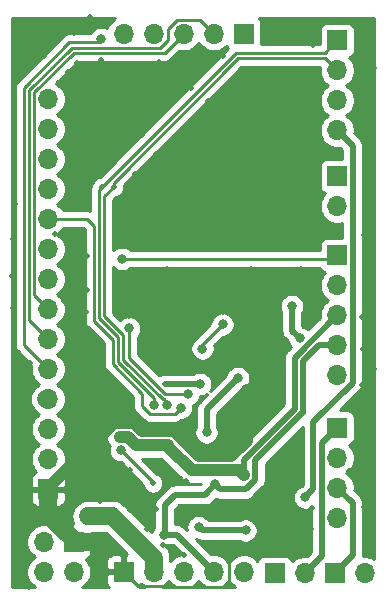
<source format=gbl>
G04 #@! TF.GenerationSoftware,KiCad,Pcbnew,(5.1.6-0-10_14)*
G04 #@! TF.CreationDate,2021-04-27T13:26:49+09:00*
G04 #@! TF.ProjectId,qPCR-photosensing,71504352-2d70-4686-9f74-6f73656e7369,rev?*
G04 #@! TF.SameCoordinates,Original*
G04 #@! TF.FileFunction,Copper,L2,Bot*
G04 #@! TF.FilePolarity,Positive*
%FSLAX46Y46*%
G04 Gerber Fmt 4.6, Leading zero omitted, Abs format (unit mm)*
G04 Created by KiCad (PCBNEW (5.1.6-0-10_14)) date 2021-04-27 13:26:49*
%MOMM*%
%LPD*%
G01*
G04 APERTURE LIST*
G04 #@! TA.AperFunction,ComponentPad*
%ADD10O,1.700000X1.700000*%
G04 #@! TD*
G04 #@! TA.AperFunction,ComponentPad*
%ADD11R,1.700000X1.700000*%
G04 #@! TD*
G04 #@! TA.AperFunction,ViaPad*
%ADD12C,0.508000*%
G04 #@! TD*
G04 #@! TA.AperFunction,ViaPad*
%ADD13C,0.800000*%
G04 #@! TD*
G04 #@! TA.AperFunction,Conductor*
%ADD14C,1.524000*%
G04 #@! TD*
G04 #@! TA.AperFunction,Conductor*
%ADD15C,0.250000*%
G04 #@! TD*
G04 #@! TA.AperFunction,Conductor*
%ADD16C,1.016000*%
G04 #@! TD*
G04 #@! TA.AperFunction,Conductor*
%ADD17C,0.508000*%
G04 #@! TD*
G04 #@! TA.AperFunction,Conductor*
%ADD18C,0.254000*%
G04 #@! TD*
G04 APERTURE END LIST*
D10*
X86730000Y-69980000D03*
X86730000Y-72520000D03*
X86730000Y-75060000D03*
X86730000Y-77600000D03*
X86730000Y-80140000D03*
X86730000Y-82680000D03*
X86730000Y-85220000D03*
X86730000Y-87760000D03*
X86730000Y-90300000D03*
X86730000Y-92840000D03*
X86730000Y-95380000D03*
X86730000Y-97920000D03*
X86730000Y-100460000D03*
D11*
X86730000Y-103000000D03*
X110980000Y-110130000D03*
D10*
X113520000Y-110130000D03*
X86360000Y-110000000D03*
X86360000Y-107460000D03*
X88900000Y-110000000D03*
D11*
X88900000Y-107460000D03*
D10*
X111200000Y-93360000D03*
X111200000Y-90820000D03*
X111200000Y-88280000D03*
X111200000Y-85740000D03*
D11*
X111200000Y-83200000D03*
D10*
X111200000Y-79040000D03*
D11*
X111200000Y-76500000D03*
D10*
X111200000Y-105420000D03*
X111200000Y-102880000D03*
X111200000Y-100340000D03*
D11*
X111200000Y-97800000D03*
D10*
X103298000Y-110000000D03*
X100758000Y-110000000D03*
X98218000Y-110000000D03*
X95678000Y-110000000D03*
D11*
X93138000Y-110000000D03*
X103298000Y-64440000D03*
D10*
X100758000Y-64440000D03*
X98218000Y-64440000D03*
X95678000Y-64440000D03*
X93138000Y-64440000D03*
D11*
X105900000Y-110130000D03*
D10*
X108440000Y-110130000D03*
X111200000Y-72620000D03*
X111200000Y-70080000D03*
X111200000Y-67540000D03*
D11*
X111200000Y-65000000D03*
D12*
X90270000Y-63020000D03*
X88890000Y-64370000D03*
X83880000Y-63360000D03*
X86900000Y-63390000D03*
X84000000Y-66340000D03*
X86360000Y-66340000D03*
X85650000Y-64980000D03*
X83950000Y-78880000D03*
X85220000Y-92310000D03*
X83850000Y-90460000D03*
X83690000Y-84990000D03*
X83800000Y-81840000D03*
X83780000Y-87680000D03*
X83920000Y-94390000D03*
X85650000Y-94160000D03*
X85580000Y-96580000D03*
X85530000Y-99120000D03*
X85440000Y-101500000D03*
X85270000Y-104610000D03*
X85440000Y-106080000D03*
X85270000Y-108680000D03*
X85100000Y-111250000D03*
X84050000Y-110050000D03*
X83990000Y-107240000D03*
X84020000Y-103550000D03*
X83990000Y-100730000D03*
X84050000Y-97860000D03*
X90570000Y-111180000D03*
X91070000Y-109930000D03*
X94560000Y-111180000D03*
X96920000Y-111020000D03*
X99490000Y-111060000D03*
X102030000Y-111010000D03*
X94463800Y-77536200D03*
D13*
X103555550Y-94623360D03*
D12*
X88400000Y-67700000D03*
X89200000Y-66900000D03*
X87800000Y-74000000D03*
X87800000Y-71300000D03*
X88300000Y-69400000D03*
X91200000Y-66700000D03*
X90400000Y-69200000D03*
X89200000Y-70500000D03*
X89100000Y-72500000D03*
X89600000Y-74500000D03*
X91600000Y-76000000D03*
X91100000Y-73800000D03*
X91100000Y-71700000D03*
X92400000Y-68200000D03*
X92200000Y-70300000D03*
X92600000Y-72600000D03*
X92900000Y-74500000D03*
X94700000Y-73000000D03*
X94500000Y-70900000D03*
X94200000Y-69000000D03*
X93900000Y-67000000D03*
X96100000Y-66800000D03*
X96500000Y-68400000D03*
X96600000Y-70300000D03*
X98800000Y-69000000D03*
X98800000Y-67400000D03*
X100200000Y-66200000D03*
X101500000Y-66300000D03*
X104900000Y-65200000D03*
X105100000Y-63300000D03*
X106800000Y-64500000D03*
X109000000Y-63400000D03*
X109200000Y-65400000D03*
X112600000Y-63500000D03*
X113200000Y-66200000D03*
X112900000Y-68800000D03*
X113600000Y-70600000D03*
X114300000Y-67300000D03*
X114100000Y-64900000D03*
X114000000Y-72700000D03*
X114100000Y-75500000D03*
X113600000Y-77000000D03*
X114100000Y-79900000D03*
X113500000Y-81500000D03*
X114000000Y-83300000D03*
X113700000Y-85200000D03*
X114200000Y-87000000D03*
X113300000Y-88400000D03*
X114200000Y-89700000D03*
X113400000Y-91100000D03*
X114300000Y-92800000D03*
X113300000Y-94200000D03*
X114100000Y-96000000D03*
X113300000Y-97800000D03*
X114100000Y-99800000D03*
X112200000Y-101500000D03*
X113800000Y-103000000D03*
X113500000Y-104500000D03*
X114000000Y-106400000D03*
X109000000Y-106400000D03*
X107200000Y-106500000D03*
X105800000Y-106500000D03*
X107800000Y-104800000D03*
X108100000Y-105700000D03*
X109100000Y-104600000D03*
X101800000Y-108500000D03*
X98200000Y-108600000D03*
X96500000Y-107700000D03*
X95100000Y-106400000D03*
X93700000Y-104800000D03*
X95000000Y-103300000D03*
X95900000Y-104700000D03*
X96700000Y-102700000D03*
X98400000Y-102300000D03*
X91100000Y-104000000D03*
X90300000Y-102500000D03*
X90300000Y-101000000D03*
X91400000Y-100100000D03*
X92100000Y-101300000D03*
X93700000Y-101400000D03*
X91900000Y-102500000D03*
X90200000Y-97800000D03*
X91100000Y-96600000D03*
X89400000Y-94800000D03*
X91300000Y-93500000D03*
X89400000Y-93000000D03*
X91200000Y-90900000D03*
X89300000Y-89000000D03*
X89900000Y-88000000D03*
X90100000Y-90900000D03*
X92400000Y-88100000D03*
X93600000Y-88300000D03*
X95900000Y-88000000D03*
X99300000Y-88000000D03*
X101500000Y-88000000D03*
X88100000Y-87100000D03*
X90000000Y-86100000D03*
X87900000Y-84100000D03*
X90000000Y-83300000D03*
X88500000Y-85600000D03*
X87300000Y-81400000D03*
X88600000Y-82000000D03*
X94100000Y-76300000D03*
X95900000Y-74600000D03*
X98200000Y-72300000D03*
X100300000Y-70100000D03*
X103100000Y-67400000D03*
X109500000Y-67500000D03*
X106300000Y-67500000D03*
X102800000Y-69600000D03*
X104100000Y-72200000D03*
X100400000Y-74200000D03*
X101800000Y-72200000D03*
X98100000Y-75600000D03*
X96300000Y-77200000D03*
X99500000Y-78100000D03*
X97100000Y-79600000D03*
X103900000Y-74200000D03*
X101500000Y-76400000D03*
X105900000Y-70000000D03*
X108300000Y-69400000D03*
X108700000Y-71800000D03*
X106700000Y-73500000D03*
X110100000Y-71400000D03*
X111000000Y-74500000D03*
X109600000Y-77200000D03*
X108600000Y-75200000D03*
X105900000Y-76400000D03*
X103500000Y-77900000D03*
X100200000Y-79900000D03*
X97800000Y-81800000D03*
X96800000Y-84400000D03*
X97400000Y-86300000D03*
X100100000Y-84600000D03*
X101800000Y-86200000D03*
X103900000Y-84400000D03*
X105600000Y-86300000D03*
X108100000Y-84400000D03*
X108200000Y-86600000D03*
X108200000Y-82500000D03*
X105000000Y-82600000D03*
X101400000Y-82700000D03*
X103200000Y-80700000D03*
X105900000Y-79500000D03*
X107800000Y-78100000D03*
X107400000Y-80900000D03*
X90100000Y-105300000D03*
D13*
X108036130Y-90236130D03*
X107374857Y-87499837D03*
D12*
X96623762Y-94100000D03*
D13*
X99600000Y-94100000D03*
X108500000Y-103700000D03*
X98000000Y-96100000D03*
X91230000Y-64890000D03*
X93000000Y-83500000D03*
D12*
X95600000Y-102500000D03*
D13*
X92900000Y-99700000D03*
X100152801Y-98192000D03*
X102800000Y-93600000D03*
X100900000Y-102600000D03*
X96519855Y-106846229D03*
X103300000Y-101800000D03*
X96900000Y-99300000D03*
X92800000Y-98600000D03*
X93582346Y-89382346D03*
X98605439Y-94954000D03*
X101505858Y-89049999D03*
X99800000Y-91100000D03*
D12*
X92300000Y-77400000D03*
D13*
X96800000Y-95900000D03*
D12*
X91300000Y-77400000D03*
D13*
X95700000Y-95900000D03*
X103451166Y-106491876D03*
X99480000Y-106210000D03*
D14*
X90598000Y-107460000D02*
X88900000Y-107460000D01*
X86730000Y-105148238D02*
X86730000Y-103000000D01*
X88900000Y-107318238D02*
X86730000Y-105148238D01*
X88900000Y-107460000D02*
X88900000Y-107318238D01*
D15*
X90240000Y-63020000D02*
X88890000Y-64370000D01*
X90270000Y-63020000D02*
X90240000Y-63020000D01*
X101726001Y-111313999D02*
X102030000Y-111010000D01*
X99743999Y-111313999D02*
X101726001Y-111313999D01*
X99490000Y-111060000D02*
X99743999Y-111313999D01*
X96760000Y-111180000D02*
X94560000Y-111180000D01*
X96920000Y-111020000D02*
X96760000Y-111180000D01*
X84040000Y-66380000D02*
X84000000Y-66340000D01*
X94318000Y-111180000D02*
X93138000Y-110000000D01*
X94560000Y-111180000D02*
X94318000Y-111180000D01*
D16*
X103555550Y-94623360D02*
X103555550Y-98883964D01*
X103555550Y-98883964D02*
X102255523Y-100183991D01*
X99503688Y-100183991D02*
X97403687Y-98083990D01*
X102255523Y-100183991D02*
X99503688Y-100183991D01*
X93995686Y-97375989D02*
X92296313Y-97375989D01*
X86730000Y-102942302D02*
X86730000Y-103000000D01*
X94703687Y-98083990D02*
X93995686Y-97375989D01*
X92296313Y-97375989D02*
X86730000Y-102942302D01*
X97403687Y-98083990D02*
X94703687Y-98083990D01*
D15*
X97173999Y-111273999D02*
X99276001Y-111273999D01*
X99276001Y-111273999D02*
X99490000Y-111060000D01*
X96920000Y-111020000D02*
X97173999Y-111273999D01*
X97300000Y-107700000D02*
X98200000Y-108600000D01*
X96500000Y-107700000D02*
X97300000Y-107700000D01*
X102053999Y-110986001D02*
X102030000Y-111010000D01*
X102053999Y-108753999D02*
X102053999Y-110986001D01*
X101800000Y-108500000D02*
X102053999Y-108753999D01*
X88000000Y-81400000D02*
X88600000Y-82000000D01*
X87300000Y-81400000D02*
X88000000Y-81400000D01*
D17*
X112504001Y-108605999D02*
X110980000Y-110130000D01*
X112504001Y-104184001D02*
X112504001Y-108605999D01*
X111200000Y-102880000D02*
X112504001Y-104184001D01*
D14*
X86588238Y-95380000D02*
X86730000Y-95380000D01*
X92180081Y-105300000D02*
X90100000Y-105300000D01*
X95678000Y-108797919D02*
X92180081Y-105300000D01*
X95678000Y-110000000D02*
X95678000Y-108797919D01*
D17*
X107374857Y-89574857D02*
X108036130Y-90236130D01*
X107374857Y-87499837D02*
X107374857Y-89574857D01*
X99600000Y-94100000D02*
X96623762Y-94100000D01*
X112504001Y-93978797D02*
X109187989Y-97294809D01*
X112504001Y-73924001D02*
X112504001Y-93978797D01*
X111200000Y-72620000D02*
X112504001Y-73924001D01*
X109187989Y-103012011D02*
X108500000Y-103700000D01*
X109187989Y-97294809D02*
X109187989Y-103012011D01*
D15*
X90027990Y-80140000D02*
X86730000Y-80140000D01*
X90587990Y-88733812D02*
X90587990Y-80700000D01*
X92199980Y-90345802D02*
X90587990Y-88733812D01*
X90587990Y-80700000D02*
X90027990Y-80140000D01*
X92199980Y-92404291D02*
X92199980Y-90345802D01*
X94700000Y-94904311D02*
X92199980Y-92404291D01*
X97474999Y-96625001D02*
X95351999Y-96625001D01*
X94700000Y-95973002D02*
X94700000Y-94904311D01*
X95351999Y-96625001D02*
X94700000Y-95973002D01*
X98000000Y-96100000D02*
X97474999Y-96625001D01*
X98218000Y-64440000D02*
X96592989Y-66065011D01*
X85554999Y-69415999D02*
X85554999Y-86584999D01*
X85554999Y-86584999D02*
X86730000Y-87760000D01*
X88905987Y-66065011D02*
X85554999Y-69415999D01*
X96592989Y-66065011D02*
X88905987Y-66065011D01*
X85104989Y-88674989D02*
X86730000Y-90300000D01*
X96242001Y-65615001D02*
X88719586Y-65615002D01*
X96853001Y-64065997D02*
X96853001Y-65004001D01*
X85104989Y-69229599D02*
X85104989Y-88674989D01*
X88719586Y-65615002D02*
X85104989Y-69229599D01*
X97653999Y-63264999D02*
X96853001Y-64065997D01*
X99582999Y-63264999D02*
X97653999Y-63264999D01*
X96853001Y-65004001D02*
X96242001Y-65615001D01*
X100758000Y-64440000D02*
X99582999Y-63264999D01*
X84654980Y-90764980D02*
X86730000Y-92840000D01*
X84654980Y-69043198D02*
X84654980Y-90764980D01*
X88533187Y-65164993D02*
X84654980Y-69043198D01*
X90955007Y-65164993D02*
X88533187Y-65164993D01*
X91230000Y-64890000D02*
X90955007Y-65164993D01*
X110900000Y-83500000D02*
X111200000Y-83200000D01*
X93000000Y-83500000D02*
X110900000Y-83500000D01*
X95600000Y-102400000D02*
X95600000Y-102500000D01*
X92900000Y-99700000D02*
X95600000Y-102400000D01*
D17*
X100152801Y-96247199D02*
X102800000Y-93600000D01*
X100152801Y-98192000D02*
X100152801Y-96247199D01*
X109895999Y-108674001D02*
X108440000Y-110130000D01*
X109895999Y-99104001D02*
X109895999Y-108674001D01*
X111200000Y-97800000D02*
X109895999Y-99104001D01*
X100900000Y-102600000D02*
X101299999Y-102999999D01*
X111200000Y-90820000D02*
X109661276Y-90820000D01*
X108308010Y-92173266D02*
X108308010Y-96554638D01*
X109661276Y-90820000D02*
X108308010Y-92173266D01*
X108246639Y-96554638D02*
X104262010Y-100539267D01*
X108308010Y-96554638D02*
X108246639Y-96554638D01*
X104262010Y-102198477D02*
X103460488Y-102999999D01*
X103460488Y-102999999D02*
X101299999Y-102999999D01*
X104262010Y-100539267D02*
X104262010Y-102198477D01*
X97604229Y-106846229D02*
X96519855Y-106846229D01*
X100758000Y-110000000D02*
X97604229Y-106846229D01*
X100900000Y-102600000D02*
X100010000Y-103490000D01*
X96608001Y-106758083D02*
X96519855Y-106846229D01*
X96608001Y-104360159D02*
X96608001Y-106758083D01*
X97478160Y-103490000D02*
X96608001Y-104360159D01*
X100010000Y-103490000D02*
X97478160Y-103490000D01*
D16*
X96900000Y-99300000D02*
X94200000Y-99300000D01*
D17*
X103300000Y-100500000D02*
X103300000Y-101800000D01*
X107600000Y-96200000D02*
X103300000Y-100500000D01*
X107600000Y-91880000D02*
X107600000Y-96200000D01*
X111200000Y-88280000D02*
X107600000Y-91880000D01*
D16*
X102900001Y-101400001D02*
X98900001Y-101400001D01*
X103300000Y-101800000D02*
X102900001Y-101400001D01*
X96900000Y-99400000D02*
X96900000Y-99300000D01*
X98900001Y-101400001D02*
X96900000Y-99400000D01*
X93491999Y-98591999D02*
X92800000Y-98591999D01*
X94200000Y-99300000D02*
X93491999Y-98591999D01*
D15*
X96658919Y-94954000D02*
X98605439Y-94954000D01*
X93582346Y-91877427D02*
X96658919Y-94954000D01*
X93582346Y-89382346D02*
X93582346Y-91877427D01*
X99800000Y-90755857D02*
X99800000Y-91100000D01*
X101505858Y-89049999D02*
X99800000Y-90755857D01*
X102821389Y-66515021D02*
X92300000Y-77036410D01*
X110175021Y-66515021D02*
X102821389Y-66515021D01*
X92300000Y-77036410D02*
X92300000Y-77400000D01*
X111200000Y-67540000D02*
X110175021Y-66515021D01*
X93100000Y-89973002D02*
X91488010Y-88361012D01*
X91488010Y-88361012D02*
X91488010Y-78211990D01*
X96800000Y-95700000D02*
X96504010Y-95404010D01*
X96472518Y-95404009D02*
X93100000Y-92031491D01*
X96504010Y-95404010D02*
X96472518Y-95404009D01*
X91488010Y-78211990D02*
X92300000Y-77400000D01*
X93100000Y-92031491D02*
X93100000Y-89973002D01*
X96800000Y-95900000D02*
X96800000Y-95700000D01*
X102634989Y-66065011D02*
X91300000Y-77400000D01*
X110134989Y-66065011D02*
X102634989Y-66065011D01*
X111200000Y-65000000D02*
X110134989Y-66065011D01*
X91038000Y-77662000D02*
X91300000Y-77400000D01*
X91038000Y-88547412D02*
X91038000Y-77662000D01*
X92649990Y-92217891D02*
X92649990Y-90159402D01*
X92649990Y-90159402D02*
X91038000Y-88547412D01*
X95700000Y-95267901D02*
X92649990Y-92217891D01*
X95700000Y-95900000D02*
X95700000Y-95267901D01*
D17*
X99761876Y-106491876D02*
X99480000Y-106210000D01*
X103451166Y-106491876D02*
X99761876Y-106491876D01*
D18*
G36*
X93421587Y-108517163D02*
G01*
X93265000Y-108673750D01*
X93265000Y-109873000D01*
X93285000Y-109873000D01*
X93285000Y-110127000D01*
X93265000Y-110127000D01*
X93265000Y-110147000D01*
X93011000Y-110147000D01*
X93011000Y-110127000D01*
X91811750Y-110127000D01*
X91653000Y-110285750D01*
X91649928Y-110850000D01*
X91662188Y-110974482D01*
X91698498Y-111094180D01*
X91757463Y-111204494D01*
X91836815Y-111301185D01*
X91853649Y-111315000D01*
X89604893Y-111315000D01*
X89846632Y-111153475D01*
X90053475Y-110946632D01*
X90215990Y-110703411D01*
X90327932Y-110433158D01*
X90385000Y-110146260D01*
X90385000Y-109853740D01*
X90327932Y-109566842D01*
X90215990Y-109296589D01*
X90118043Y-109150000D01*
X91649928Y-109150000D01*
X91653000Y-109714250D01*
X91811750Y-109873000D01*
X93011000Y-109873000D01*
X93011000Y-108673750D01*
X92852250Y-108515000D01*
X92288000Y-108511928D01*
X92163518Y-108524188D01*
X92043820Y-108560498D01*
X91933506Y-108619463D01*
X91836815Y-108698815D01*
X91757463Y-108795506D01*
X91698498Y-108905820D01*
X91662188Y-109025518D01*
X91649928Y-109150000D01*
X90118043Y-109150000D01*
X90053475Y-109053368D01*
X89921620Y-108921513D01*
X89994180Y-108899502D01*
X90104494Y-108840537D01*
X90201185Y-108761185D01*
X90280537Y-108664494D01*
X90339502Y-108554180D01*
X90375812Y-108434482D01*
X90388072Y-108310000D01*
X90385000Y-107745750D01*
X90226250Y-107587000D01*
X89027000Y-107587000D01*
X89027000Y-107607000D01*
X88773000Y-107607000D01*
X88773000Y-107587000D01*
X88753000Y-107587000D01*
X88753000Y-107333000D01*
X88773000Y-107333000D01*
X88773000Y-107313000D01*
X89027000Y-107313000D01*
X89027000Y-107333000D01*
X90226250Y-107333000D01*
X90385000Y-107174250D01*
X90387598Y-106697000D01*
X91601426Y-106697000D01*
X93421587Y-108517163D01*
G37*
X93421587Y-108517163D02*
X93265000Y-108673750D01*
X93265000Y-109873000D01*
X93285000Y-109873000D01*
X93285000Y-110127000D01*
X93265000Y-110127000D01*
X93265000Y-110147000D01*
X93011000Y-110147000D01*
X93011000Y-110127000D01*
X91811750Y-110127000D01*
X91653000Y-110285750D01*
X91649928Y-110850000D01*
X91662188Y-110974482D01*
X91698498Y-111094180D01*
X91757463Y-111204494D01*
X91836815Y-111301185D01*
X91853649Y-111315000D01*
X89604893Y-111315000D01*
X89846632Y-111153475D01*
X90053475Y-110946632D01*
X90215990Y-110703411D01*
X90327932Y-110433158D01*
X90385000Y-110146260D01*
X90385000Y-109853740D01*
X90327932Y-109566842D01*
X90215990Y-109296589D01*
X90118043Y-109150000D01*
X91649928Y-109150000D01*
X91653000Y-109714250D01*
X91811750Y-109873000D01*
X93011000Y-109873000D01*
X93011000Y-108673750D01*
X92852250Y-108515000D01*
X92288000Y-108511928D01*
X92163518Y-108524188D01*
X92043820Y-108560498D01*
X91933506Y-108619463D01*
X91836815Y-108698815D01*
X91757463Y-108795506D01*
X91698498Y-108905820D01*
X91662188Y-109025518D01*
X91649928Y-109150000D01*
X90118043Y-109150000D01*
X90053475Y-109053368D01*
X89921620Y-108921513D01*
X89994180Y-108899502D01*
X90104494Y-108840537D01*
X90201185Y-108761185D01*
X90280537Y-108664494D01*
X90339502Y-108554180D01*
X90375812Y-108434482D01*
X90388072Y-108310000D01*
X90385000Y-107745750D01*
X90226250Y-107587000D01*
X89027000Y-107587000D01*
X89027000Y-107607000D01*
X88773000Y-107607000D01*
X88773000Y-107587000D01*
X88753000Y-107587000D01*
X88753000Y-107333000D01*
X88773000Y-107333000D01*
X88773000Y-107313000D01*
X89027000Y-107313000D01*
X89027000Y-107333000D01*
X90226250Y-107333000D01*
X90385000Y-107174250D01*
X90387598Y-106697000D01*
X91601426Y-106697000D01*
X93421587Y-108517163D01*
G36*
X102144525Y-110946632D02*
G01*
X102351368Y-111153475D01*
X102593107Y-111315000D01*
X101462893Y-111315000D01*
X101704632Y-111153475D01*
X101911475Y-110946632D01*
X102028000Y-110772240D01*
X102144525Y-110946632D01*
G37*
X102144525Y-110946632D02*
X102351368Y-111153475D01*
X102593107Y-111315000D01*
X101462893Y-111315000D01*
X101704632Y-111153475D01*
X101911475Y-110946632D01*
X102028000Y-110772240D01*
X102144525Y-110946632D01*
G36*
X99604525Y-110946632D02*
G01*
X99811368Y-111153475D01*
X100053107Y-111315000D01*
X98922893Y-111315000D01*
X99164632Y-111153475D01*
X99371475Y-110946632D01*
X99488000Y-110772240D01*
X99604525Y-110946632D01*
G37*
X99604525Y-110946632D02*
X99811368Y-111153475D01*
X100053107Y-111315000D01*
X98922893Y-111315000D01*
X99164632Y-111153475D01*
X99371475Y-110946632D01*
X99488000Y-110772240D01*
X99604525Y-110946632D01*
G36*
X97064525Y-110946632D02*
G01*
X97271368Y-111153475D01*
X97513107Y-111315000D01*
X96382893Y-111315000D01*
X96624632Y-111153475D01*
X96831475Y-110946632D01*
X96948000Y-110772240D01*
X97064525Y-110946632D01*
G37*
X97064525Y-110946632D02*
X97271368Y-111153475D01*
X97513107Y-111315000D01*
X96382893Y-111315000D01*
X96624632Y-111153475D01*
X96831475Y-110946632D01*
X96948000Y-110772240D01*
X97064525Y-110946632D01*
G36*
X94731368Y-111153475D02*
G01*
X94973107Y-111315000D01*
X94422351Y-111315000D01*
X94439185Y-111301185D01*
X94518537Y-111204494D01*
X94577502Y-111094180D01*
X94599513Y-111021620D01*
X94731368Y-111153475D01*
G37*
X94731368Y-111153475D02*
X94973107Y-111315000D01*
X94422351Y-111315000D01*
X94439185Y-111301185D01*
X94518537Y-111204494D01*
X94577502Y-111094180D01*
X94599513Y-111021620D01*
X94731368Y-111153475D01*
G36*
X92191368Y-63286525D02*
G01*
X91984525Y-63493368D01*
X91822010Y-63736589D01*
X91723322Y-63974844D01*
X91720256Y-63972795D01*
X91531898Y-63894774D01*
X91331939Y-63855000D01*
X91128061Y-63855000D01*
X90928102Y-63894774D01*
X90739744Y-63972795D01*
X90570226Y-64086063D01*
X90426063Y-64230226D01*
X90312795Y-64399744D01*
X90310621Y-64404993D01*
X88570520Y-64404993D01*
X88533187Y-64401316D01*
X88384201Y-64415990D01*
X88240940Y-64459447D01*
X88108911Y-64530019D01*
X88022184Y-64601193D01*
X88022179Y-64601198D01*
X87993186Y-64624992D01*
X87969392Y-64653985D01*
X84143983Y-68479394D01*
X84114979Y-68503197D01*
X84074872Y-68552068D01*
X84020006Y-68618922D01*
X83971081Y-68710453D01*
X83949434Y-68750952D01*
X83905977Y-68894213D01*
X83894980Y-69005866D01*
X83894980Y-69005875D01*
X83891304Y-69043198D01*
X83894980Y-69080520D01*
X83894981Y-90727647D01*
X83891304Y-90764980D01*
X83894981Y-90802313D01*
X83904172Y-90895624D01*
X83905978Y-90913965D01*
X83949434Y-91057226D01*
X84020006Y-91189256D01*
X84087199Y-91271130D01*
X84114980Y-91304981D01*
X84143978Y-91328779D01*
X85288790Y-92473593D01*
X85245000Y-92693740D01*
X85245000Y-92986260D01*
X85302068Y-93273158D01*
X85414010Y-93543411D01*
X85576525Y-93786632D01*
X85783368Y-93993475D01*
X85957760Y-94110000D01*
X85783368Y-94226525D01*
X85745476Y-94264417D01*
X85595630Y-94387392D01*
X85421055Y-94600113D01*
X85291334Y-94842805D01*
X85211452Y-95106140D01*
X85184479Y-95380000D01*
X85211452Y-95653860D01*
X85291334Y-95917195D01*
X85421055Y-96159887D01*
X85595630Y-96372608D01*
X85745476Y-96495583D01*
X85783368Y-96533475D01*
X85957760Y-96650000D01*
X85783368Y-96766525D01*
X85576525Y-96973368D01*
X85414010Y-97216589D01*
X85302068Y-97486842D01*
X85245000Y-97773740D01*
X85245000Y-98066260D01*
X85302068Y-98353158D01*
X85414010Y-98623411D01*
X85576525Y-98866632D01*
X85783368Y-99073475D01*
X85957760Y-99190000D01*
X85783368Y-99306525D01*
X85576525Y-99513368D01*
X85414010Y-99756589D01*
X85302068Y-100026842D01*
X85245000Y-100313740D01*
X85245000Y-100606260D01*
X85302068Y-100893158D01*
X85414010Y-101163411D01*
X85576525Y-101406632D01*
X85708380Y-101538487D01*
X85635820Y-101560498D01*
X85525506Y-101619463D01*
X85428815Y-101698815D01*
X85349463Y-101795506D01*
X85290498Y-101905820D01*
X85254188Y-102025518D01*
X85241928Y-102150000D01*
X85245000Y-102714250D01*
X85403750Y-102873000D01*
X86603000Y-102873000D01*
X86603000Y-102853000D01*
X86857000Y-102853000D01*
X86857000Y-102873000D01*
X88056250Y-102873000D01*
X88215000Y-102714250D01*
X88218072Y-102150000D01*
X88205812Y-102025518D01*
X88169502Y-101905820D01*
X88110537Y-101795506D01*
X88031185Y-101698815D01*
X87934494Y-101619463D01*
X87824180Y-101560498D01*
X87751620Y-101538487D01*
X87883475Y-101406632D01*
X88045990Y-101163411D01*
X88157932Y-100893158D01*
X88215000Y-100606260D01*
X88215000Y-100313740D01*
X88157932Y-100026842D01*
X88045990Y-99756589D01*
X87883475Y-99513368D01*
X87676632Y-99306525D01*
X87502240Y-99190000D01*
X87676632Y-99073475D01*
X87883475Y-98866632D01*
X88045990Y-98623411D01*
X88157932Y-98353158D01*
X88215000Y-98066260D01*
X88215000Y-97773740D01*
X88157932Y-97486842D01*
X88045990Y-97216589D01*
X87883475Y-96973368D01*
X87676632Y-96766525D01*
X87502240Y-96650000D01*
X87676632Y-96533475D01*
X87883475Y-96326632D01*
X88045990Y-96083411D01*
X88157932Y-95813158D01*
X88215000Y-95526260D01*
X88215000Y-95233740D01*
X88157932Y-94946842D01*
X88045990Y-94676589D01*
X87883475Y-94433368D01*
X87676632Y-94226525D01*
X87502240Y-94110000D01*
X87676632Y-93993475D01*
X87883475Y-93786632D01*
X88045990Y-93543411D01*
X88157932Y-93273158D01*
X88215000Y-92986260D01*
X88215000Y-92693740D01*
X88157932Y-92406842D01*
X88045990Y-92136589D01*
X87883475Y-91893368D01*
X87676632Y-91686525D01*
X87502240Y-91570000D01*
X87676632Y-91453475D01*
X87883475Y-91246632D01*
X88045990Y-91003411D01*
X88157932Y-90733158D01*
X88215000Y-90446260D01*
X88215000Y-90153740D01*
X88157932Y-89866842D01*
X88045990Y-89596589D01*
X87883475Y-89353368D01*
X87676632Y-89146525D01*
X87502240Y-89030000D01*
X87676632Y-88913475D01*
X87883475Y-88706632D01*
X88045990Y-88463411D01*
X88157932Y-88193158D01*
X88215000Y-87906260D01*
X88215000Y-87613740D01*
X88157932Y-87326842D01*
X88045990Y-87056589D01*
X87883475Y-86813368D01*
X87676632Y-86606525D01*
X87502240Y-86490000D01*
X87676632Y-86373475D01*
X87883475Y-86166632D01*
X88045990Y-85923411D01*
X88157932Y-85653158D01*
X88215000Y-85366260D01*
X88215000Y-85073740D01*
X88157932Y-84786842D01*
X88045990Y-84516589D01*
X87883475Y-84273368D01*
X87676632Y-84066525D01*
X87502240Y-83950000D01*
X87676632Y-83833475D01*
X87883475Y-83626632D01*
X88045990Y-83383411D01*
X88157932Y-83113158D01*
X88215000Y-82826260D01*
X88215000Y-82533740D01*
X88157932Y-82246842D01*
X88045990Y-81976589D01*
X87883475Y-81733368D01*
X87676632Y-81526525D01*
X87502240Y-81410000D01*
X87676632Y-81293475D01*
X87883475Y-81086632D01*
X88008178Y-80900000D01*
X89713189Y-80900000D01*
X89827991Y-81014803D01*
X89827990Y-88696490D01*
X89824314Y-88733812D01*
X89827990Y-88771134D01*
X89827990Y-88771144D01*
X89838987Y-88882797D01*
X89869689Y-88984010D01*
X89882444Y-89026058D01*
X89953016Y-89158088D01*
X89972957Y-89182386D01*
X90047989Y-89273813D01*
X90076993Y-89297616D01*
X91439981Y-90660605D01*
X91439980Y-92366968D01*
X91436304Y-92404291D01*
X91439980Y-92441613D01*
X91439980Y-92441623D01*
X91450977Y-92553276D01*
X91492758Y-92691013D01*
X91494434Y-92696537D01*
X91565006Y-92828567D01*
X91584947Y-92852865D01*
X91659979Y-92944292D01*
X91688983Y-92968095D01*
X93940001Y-95219114D01*
X93940000Y-95935679D01*
X93936324Y-95973002D01*
X93940000Y-96010324D01*
X93940000Y-96010334D01*
X93950997Y-96121987D01*
X93986796Y-96240001D01*
X93994454Y-96265248D01*
X94065026Y-96397278D01*
X94082585Y-96418673D01*
X94159999Y-96513003D01*
X94189002Y-96536805D01*
X94788199Y-97136003D01*
X94811998Y-97165002D01*
X94927723Y-97259975D01*
X95059752Y-97330547D01*
X95203013Y-97374004D01*
X95314666Y-97385001D01*
X95314676Y-97385001D01*
X95351999Y-97388677D01*
X95389322Y-97385001D01*
X97437677Y-97385001D01*
X97474999Y-97388677D01*
X97512321Y-97385001D01*
X97512332Y-97385001D01*
X97623985Y-97374004D01*
X97767246Y-97330547D01*
X97899275Y-97259975D01*
X98015000Y-97165002D01*
X98038802Y-97135999D01*
X98039801Y-97135000D01*
X98101939Y-97135000D01*
X98301898Y-97095226D01*
X98490256Y-97017205D01*
X98659774Y-96903937D01*
X98803937Y-96759774D01*
X98917205Y-96590256D01*
X98995226Y-96401898D01*
X99035000Y-96201939D01*
X99035000Y-95998061D01*
X99016308Y-95904088D01*
X99095695Y-95871205D01*
X99265213Y-95757937D01*
X99409376Y-95613774D01*
X99522644Y-95444256D01*
X99600665Y-95255898D01*
X99624713Y-95135000D01*
X99701939Y-95135000D01*
X99901898Y-95095226D01*
X100090256Y-95017205D01*
X100196649Y-94946116D01*
X99555060Y-95587705D01*
X99521143Y-95615540D01*
X99493308Y-95649457D01*
X99493306Y-95649459D01*
X99410049Y-95750908D01*
X99327499Y-95905347D01*
X99276665Y-96072925D01*
X99259501Y-96247199D01*
X99263802Y-96290869D01*
X99263801Y-97659532D01*
X99235596Y-97701744D01*
X99157575Y-97890102D01*
X99117801Y-98090061D01*
X99117801Y-98293939D01*
X99157575Y-98493898D01*
X99235596Y-98682256D01*
X99348864Y-98851774D01*
X99493027Y-98995937D01*
X99662545Y-99109205D01*
X99850903Y-99187226D01*
X100050862Y-99227000D01*
X100254740Y-99227000D01*
X100454699Y-99187226D01*
X100643057Y-99109205D01*
X100812575Y-98995937D01*
X100956738Y-98851774D01*
X101070006Y-98682256D01*
X101148027Y-98493898D01*
X101187801Y-98293939D01*
X101187801Y-98090061D01*
X101148027Y-97890102D01*
X101070006Y-97701744D01*
X101041801Y-97659532D01*
X101041801Y-96615434D01*
X103052106Y-94605130D01*
X103101898Y-94595226D01*
X103290256Y-94517205D01*
X103459774Y-94403937D01*
X103603937Y-94259774D01*
X103717205Y-94090256D01*
X103795226Y-93901898D01*
X103835000Y-93701939D01*
X103835000Y-93498061D01*
X103795226Y-93298102D01*
X103717205Y-93109744D01*
X103603937Y-92940226D01*
X103459774Y-92796063D01*
X103290256Y-92682795D01*
X103101898Y-92604774D01*
X102901939Y-92565000D01*
X102698061Y-92565000D01*
X102498102Y-92604774D01*
X102309744Y-92682795D01*
X102140226Y-92796063D01*
X101996063Y-92940226D01*
X101882795Y-93109744D01*
X101804774Y-93298102D01*
X101794870Y-93347894D01*
X100446116Y-94696649D01*
X100517205Y-94590256D01*
X100595226Y-94401898D01*
X100635000Y-94201939D01*
X100635000Y-93998061D01*
X100595226Y-93798102D01*
X100517205Y-93609744D01*
X100403937Y-93440226D01*
X100259774Y-93296063D01*
X100090256Y-93182795D01*
X99901898Y-93104774D01*
X99701939Y-93065000D01*
X99498061Y-93065000D01*
X99298102Y-93104774D01*
X99109744Y-93182795D01*
X99067532Y-93211000D01*
X96536203Y-93211000D01*
X96493153Y-93219563D01*
X96449488Y-93223864D01*
X96407499Y-93236601D01*
X96364450Y-93245164D01*
X96323905Y-93261959D01*
X96281911Y-93274697D01*
X96243205Y-93295386D01*
X96202663Y-93312179D01*
X96166177Y-93336558D01*
X96133660Y-93353939D01*
X94342346Y-91562626D01*
X94342346Y-90998061D01*
X98765000Y-90998061D01*
X98765000Y-91201939D01*
X98804774Y-91401898D01*
X98882795Y-91590256D01*
X98996063Y-91759774D01*
X99140226Y-91903937D01*
X99309744Y-92017205D01*
X99498102Y-92095226D01*
X99698061Y-92135000D01*
X99901939Y-92135000D01*
X100101898Y-92095226D01*
X100290256Y-92017205D01*
X100459774Y-91903937D01*
X100603937Y-91759774D01*
X100717205Y-91590256D01*
X100795226Y-91401898D01*
X100835000Y-91201939D01*
X100835000Y-90998061D01*
X100801419Y-90829239D01*
X101545660Y-90084999D01*
X101607797Y-90084999D01*
X101807756Y-90045225D01*
X101996114Y-89967204D01*
X102165632Y-89853936D01*
X102309795Y-89709773D01*
X102423063Y-89540255D01*
X102501084Y-89351897D01*
X102540858Y-89151938D01*
X102540858Y-88948060D01*
X102501084Y-88748101D01*
X102423063Y-88559743D01*
X102309795Y-88390225D01*
X102165632Y-88246062D01*
X101996114Y-88132794D01*
X101807756Y-88054773D01*
X101607797Y-88014999D01*
X101403919Y-88014999D01*
X101203960Y-88054773D01*
X101015602Y-88132794D01*
X100846084Y-88246062D01*
X100701921Y-88390225D01*
X100588653Y-88559743D01*
X100510632Y-88748101D01*
X100470858Y-88948060D01*
X100470858Y-89010197D01*
X99289003Y-90192053D01*
X99259999Y-90215856D01*
X99259677Y-90216249D01*
X99140226Y-90296063D01*
X98996063Y-90440226D01*
X98882795Y-90609744D01*
X98804774Y-90798102D01*
X98765000Y-90998061D01*
X94342346Y-90998061D01*
X94342346Y-90086057D01*
X94386283Y-90042120D01*
X94499551Y-89872602D01*
X94577572Y-89684244D01*
X94617346Y-89484285D01*
X94617346Y-89280407D01*
X94577572Y-89080448D01*
X94499551Y-88892090D01*
X94386283Y-88722572D01*
X94242120Y-88578409D01*
X94072602Y-88465141D01*
X93884244Y-88387120D01*
X93684285Y-88347346D01*
X93480407Y-88347346D01*
X93280448Y-88387120D01*
X93092090Y-88465141D01*
X92922572Y-88578409D01*
X92851390Y-88649591D01*
X92248010Y-88046211D01*
X92248010Y-84211721D01*
X92340226Y-84303937D01*
X92509744Y-84417205D01*
X92698102Y-84495226D01*
X92898061Y-84535000D01*
X93101939Y-84535000D01*
X93301898Y-84495226D01*
X93490256Y-84417205D01*
X93659774Y-84303937D01*
X93703711Y-84260000D01*
X109750130Y-84260000D01*
X109760498Y-84294180D01*
X109819463Y-84404494D01*
X109898815Y-84501185D01*
X109995506Y-84580537D01*
X110105820Y-84639502D01*
X110178380Y-84661513D01*
X110046525Y-84793368D01*
X109884010Y-85036589D01*
X109772068Y-85306842D01*
X109715000Y-85593740D01*
X109715000Y-85886260D01*
X109772068Y-86173158D01*
X109884010Y-86443411D01*
X110046525Y-86686632D01*
X110253368Y-86893475D01*
X110427760Y-87010000D01*
X110253368Y-87126525D01*
X110046525Y-87333368D01*
X109884010Y-87576589D01*
X109772068Y-87846842D01*
X109715000Y-88133740D01*
X109715000Y-88426260D01*
X109728523Y-88494242D01*
X108743238Y-89479527D01*
X108695904Y-89432193D01*
X108526386Y-89318925D01*
X108338028Y-89240904D01*
X108288235Y-89231000D01*
X108263857Y-89206622D01*
X108263857Y-88032305D01*
X108292062Y-87990093D01*
X108370083Y-87801735D01*
X108409857Y-87601776D01*
X108409857Y-87397898D01*
X108370083Y-87197939D01*
X108292062Y-87009581D01*
X108178794Y-86840063D01*
X108034631Y-86695900D01*
X107865113Y-86582632D01*
X107676755Y-86504611D01*
X107476796Y-86464837D01*
X107272918Y-86464837D01*
X107072959Y-86504611D01*
X106884601Y-86582632D01*
X106715083Y-86695900D01*
X106570920Y-86840063D01*
X106457652Y-87009581D01*
X106379631Y-87197939D01*
X106339857Y-87397898D01*
X106339857Y-87601776D01*
X106379631Y-87801735D01*
X106457652Y-87990093D01*
X106485857Y-88032305D01*
X106485858Y-89531187D01*
X106481557Y-89574857D01*
X106498721Y-89749131D01*
X106549555Y-89916709D01*
X106632105Y-90071148D01*
X106705439Y-90160505D01*
X106743199Y-90206516D01*
X106777116Y-90234351D01*
X107031000Y-90488235D01*
X107040904Y-90538028D01*
X107118925Y-90726386D01*
X107232193Y-90895904D01*
X107279527Y-90943238D01*
X107002264Y-91220501D01*
X106968341Y-91248341D01*
X106857247Y-91383710D01*
X106774697Y-91538150D01*
X106760431Y-91585181D01*
X106732586Y-91676975D01*
X106723864Y-91705727D01*
X106711000Y-91836334D01*
X106711000Y-91836340D01*
X106706700Y-91880000D01*
X106711000Y-91923660D01*
X106711001Y-95831764D01*
X102702264Y-99840501D01*
X102668341Y-99868341D01*
X102557247Y-100003710D01*
X102474697Y-100158150D01*
X102444711Y-100257001D01*
X99373447Y-100257001D01*
X97942938Y-98826493D01*
X97854968Y-98661911D01*
X97712133Y-98487867D01*
X97538089Y-98345032D01*
X97339523Y-98238897D01*
X97124067Y-98173539D01*
X96956146Y-98157000D01*
X96900000Y-98151470D01*
X96843854Y-98157000D01*
X94673445Y-98157000D01*
X94339927Y-97823482D01*
X94304132Y-97779866D01*
X94130088Y-97637031D01*
X93931522Y-97530896D01*
X93716066Y-97465538D01*
X93548145Y-97448999D01*
X93548138Y-97448999D01*
X93491999Y-97443470D01*
X93435860Y-97448999D01*
X92743854Y-97448999D01*
X92575933Y-97465538D01*
X92360477Y-97530896D01*
X92161911Y-97637031D01*
X91987867Y-97779866D01*
X91845032Y-97953910D01*
X91738897Y-98152476D01*
X91673539Y-98367932D01*
X91651470Y-98591999D01*
X91673539Y-98816066D01*
X91738897Y-99031522D01*
X91845032Y-99230088D01*
X91930986Y-99334822D01*
X91904774Y-99398102D01*
X91865000Y-99598061D01*
X91865000Y-99801939D01*
X91904774Y-100001898D01*
X91982795Y-100190256D01*
X92096063Y-100359774D01*
X92240226Y-100503937D01*
X92409744Y-100617205D01*
X92598102Y-100695226D01*
X92798061Y-100735000D01*
X92860199Y-100735000D01*
X94711000Y-102585802D01*
X94711000Y-102587559D01*
X94745164Y-102759312D01*
X94812179Y-102921099D01*
X94909469Y-103066704D01*
X95033296Y-103190531D01*
X95178901Y-103287821D01*
X95340688Y-103354836D01*
X95512441Y-103389000D01*
X95687559Y-103389000D01*
X95859312Y-103354836D01*
X96021099Y-103287821D01*
X96166704Y-103190531D01*
X96290531Y-103066704D01*
X96387821Y-102921099D01*
X96454836Y-102759312D01*
X96489000Y-102587559D01*
X96489000Y-102412441D01*
X96454836Y-102240688D01*
X96387821Y-102078901D01*
X96290531Y-101933296D01*
X96166704Y-101809469D01*
X96021099Y-101712179D01*
X95962855Y-101688053D01*
X94717801Y-100443000D01*
X96326555Y-100443000D01*
X98052076Y-102168522D01*
X98087868Y-102212134D01*
X98261912Y-102354969D01*
X98391312Y-102424134D01*
X98460477Y-102461104D01*
X98600924Y-102503708D01*
X98675934Y-102526462D01*
X98843855Y-102543001D01*
X98843862Y-102543001D01*
X98900001Y-102548530D01*
X98956140Y-102543001D01*
X99699764Y-102543001D01*
X99641765Y-102601000D01*
X97521820Y-102601000D01*
X97478160Y-102596700D01*
X97434500Y-102601000D01*
X97434493Y-102601000D01*
X97321461Y-102612133D01*
X97303885Y-102613864D01*
X97266176Y-102625303D01*
X97136309Y-102664697D01*
X96981869Y-102747247D01*
X96981867Y-102747248D01*
X96981868Y-102747248D01*
X96886244Y-102825725D01*
X96846501Y-102858341D01*
X96818665Y-102892259D01*
X96010264Y-103700660D01*
X95976342Y-103728500D01*
X95865248Y-103863869D01*
X95782698Y-104018309D01*
X95731865Y-104185886D01*
X95719001Y-104316493D01*
X95719001Y-104316499D01*
X95714701Y-104360159D01*
X95719001Y-104403819D01*
X95719002Y-106183371D01*
X95715918Y-106186455D01*
X95602650Y-106355973D01*
X95524629Y-106544331D01*
X95503963Y-106648226D01*
X93216445Y-104360709D01*
X93172689Y-104307392D01*
X92959968Y-104132817D01*
X92717276Y-104003096D01*
X92453941Y-103923214D01*
X92248706Y-103903000D01*
X92180081Y-103896241D01*
X92111456Y-103903000D01*
X90031375Y-103903000D01*
X89826140Y-103923214D01*
X89562805Y-104003096D01*
X89320113Y-104132817D01*
X89107392Y-104307392D01*
X88932817Y-104520113D01*
X88803096Y-104762805D01*
X88723214Y-105026140D01*
X88696241Y-105300000D01*
X88723214Y-105573860D01*
X88803096Y-105837195D01*
X88876754Y-105975000D01*
X88772998Y-105975000D01*
X88772998Y-106133748D01*
X88614250Y-105975000D01*
X88050000Y-105971928D01*
X87925518Y-105984188D01*
X87805820Y-106020498D01*
X87695506Y-106079463D01*
X87598815Y-106158815D01*
X87519463Y-106255506D01*
X87460498Y-106365820D01*
X87438487Y-106438380D01*
X87306632Y-106306525D01*
X87063411Y-106144010D01*
X86793158Y-106032068D01*
X86506260Y-105975000D01*
X86213740Y-105975000D01*
X85926842Y-106032068D01*
X85656589Y-106144010D01*
X85413368Y-106306525D01*
X85206525Y-106513368D01*
X85044010Y-106756589D01*
X84932068Y-107026842D01*
X84875000Y-107313740D01*
X84875000Y-107606260D01*
X84932068Y-107893158D01*
X85044010Y-108163411D01*
X85206525Y-108406632D01*
X85413368Y-108613475D01*
X85587760Y-108730000D01*
X85413368Y-108846525D01*
X85206525Y-109053368D01*
X85044010Y-109296589D01*
X84932068Y-109566842D01*
X84875000Y-109853740D01*
X84875000Y-110146260D01*
X84932068Y-110433158D01*
X85044010Y-110703411D01*
X85206525Y-110946632D01*
X85413368Y-111153475D01*
X85655107Y-111315000D01*
X83685000Y-111315000D01*
X83685000Y-103850000D01*
X85241928Y-103850000D01*
X85254188Y-103974482D01*
X85290498Y-104094180D01*
X85349463Y-104204494D01*
X85428815Y-104301185D01*
X85525506Y-104380537D01*
X85635820Y-104439502D01*
X85755518Y-104475812D01*
X85880000Y-104488072D01*
X86444250Y-104485000D01*
X86603000Y-104326250D01*
X86603000Y-103127000D01*
X86857000Y-103127000D01*
X86857000Y-104326250D01*
X87015750Y-104485000D01*
X87580000Y-104488072D01*
X87704482Y-104475812D01*
X87824180Y-104439502D01*
X87934494Y-104380537D01*
X88031185Y-104301185D01*
X88110537Y-104204494D01*
X88169502Y-104094180D01*
X88205812Y-103974482D01*
X88218072Y-103850000D01*
X88215000Y-103285750D01*
X88056250Y-103127000D01*
X86857000Y-103127000D01*
X86603000Y-103127000D01*
X85403750Y-103127000D01*
X85245000Y-103285750D01*
X85241928Y-103850000D01*
X83685000Y-103850000D01*
X83685000Y-63125000D01*
X92433107Y-63125000D01*
X92191368Y-63286525D01*
G37*
X92191368Y-63286525D02*
X91984525Y-63493368D01*
X91822010Y-63736589D01*
X91723322Y-63974844D01*
X91720256Y-63972795D01*
X91531898Y-63894774D01*
X91331939Y-63855000D01*
X91128061Y-63855000D01*
X90928102Y-63894774D01*
X90739744Y-63972795D01*
X90570226Y-64086063D01*
X90426063Y-64230226D01*
X90312795Y-64399744D01*
X90310621Y-64404993D01*
X88570520Y-64404993D01*
X88533187Y-64401316D01*
X88384201Y-64415990D01*
X88240940Y-64459447D01*
X88108911Y-64530019D01*
X88022184Y-64601193D01*
X88022179Y-64601198D01*
X87993186Y-64624992D01*
X87969392Y-64653985D01*
X84143983Y-68479394D01*
X84114979Y-68503197D01*
X84074872Y-68552068D01*
X84020006Y-68618922D01*
X83971081Y-68710453D01*
X83949434Y-68750952D01*
X83905977Y-68894213D01*
X83894980Y-69005866D01*
X83894980Y-69005875D01*
X83891304Y-69043198D01*
X83894980Y-69080520D01*
X83894981Y-90727647D01*
X83891304Y-90764980D01*
X83894981Y-90802313D01*
X83904172Y-90895624D01*
X83905978Y-90913965D01*
X83949434Y-91057226D01*
X84020006Y-91189256D01*
X84087199Y-91271130D01*
X84114980Y-91304981D01*
X84143978Y-91328779D01*
X85288790Y-92473593D01*
X85245000Y-92693740D01*
X85245000Y-92986260D01*
X85302068Y-93273158D01*
X85414010Y-93543411D01*
X85576525Y-93786632D01*
X85783368Y-93993475D01*
X85957760Y-94110000D01*
X85783368Y-94226525D01*
X85745476Y-94264417D01*
X85595630Y-94387392D01*
X85421055Y-94600113D01*
X85291334Y-94842805D01*
X85211452Y-95106140D01*
X85184479Y-95380000D01*
X85211452Y-95653860D01*
X85291334Y-95917195D01*
X85421055Y-96159887D01*
X85595630Y-96372608D01*
X85745476Y-96495583D01*
X85783368Y-96533475D01*
X85957760Y-96650000D01*
X85783368Y-96766525D01*
X85576525Y-96973368D01*
X85414010Y-97216589D01*
X85302068Y-97486842D01*
X85245000Y-97773740D01*
X85245000Y-98066260D01*
X85302068Y-98353158D01*
X85414010Y-98623411D01*
X85576525Y-98866632D01*
X85783368Y-99073475D01*
X85957760Y-99190000D01*
X85783368Y-99306525D01*
X85576525Y-99513368D01*
X85414010Y-99756589D01*
X85302068Y-100026842D01*
X85245000Y-100313740D01*
X85245000Y-100606260D01*
X85302068Y-100893158D01*
X85414010Y-101163411D01*
X85576525Y-101406632D01*
X85708380Y-101538487D01*
X85635820Y-101560498D01*
X85525506Y-101619463D01*
X85428815Y-101698815D01*
X85349463Y-101795506D01*
X85290498Y-101905820D01*
X85254188Y-102025518D01*
X85241928Y-102150000D01*
X85245000Y-102714250D01*
X85403750Y-102873000D01*
X86603000Y-102873000D01*
X86603000Y-102853000D01*
X86857000Y-102853000D01*
X86857000Y-102873000D01*
X88056250Y-102873000D01*
X88215000Y-102714250D01*
X88218072Y-102150000D01*
X88205812Y-102025518D01*
X88169502Y-101905820D01*
X88110537Y-101795506D01*
X88031185Y-101698815D01*
X87934494Y-101619463D01*
X87824180Y-101560498D01*
X87751620Y-101538487D01*
X87883475Y-101406632D01*
X88045990Y-101163411D01*
X88157932Y-100893158D01*
X88215000Y-100606260D01*
X88215000Y-100313740D01*
X88157932Y-100026842D01*
X88045990Y-99756589D01*
X87883475Y-99513368D01*
X87676632Y-99306525D01*
X87502240Y-99190000D01*
X87676632Y-99073475D01*
X87883475Y-98866632D01*
X88045990Y-98623411D01*
X88157932Y-98353158D01*
X88215000Y-98066260D01*
X88215000Y-97773740D01*
X88157932Y-97486842D01*
X88045990Y-97216589D01*
X87883475Y-96973368D01*
X87676632Y-96766525D01*
X87502240Y-96650000D01*
X87676632Y-96533475D01*
X87883475Y-96326632D01*
X88045990Y-96083411D01*
X88157932Y-95813158D01*
X88215000Y-95526260D01*
X88215000Y-95233740D01*
X88157932Y-94946842D01*
X88045990Y-94676589D01*
X87883475Y-94433368D01*
X87676632Y-94226525D01*
X87502240Y-94110000D01*
X87676632Y-93993475D01*
X87883475Y-93786632D01*
X88045990Y-93543411D01*
X88157932Y-93273158D01*
X88215000Y-92986260D01*
X88215000Y-92693740D01*
X88157932Y-92406842D01*
X88045990Y-92136589D01*
X87883475Y-91893368D01*
X87676632Y-91686525D01*
X87502240Y-91570000D01*
X87676632Y-91453475D01*
X87883475Y-91246632D01*
X88045990Y-91003411D01*
X88157932Y-90733158D01*
X88215000Y-90446260D01*
X88215000Y-90153740D01*
X88157932Y-89866842D01*
X88045990Y-89596589D01*
X87883475Y-89353368D01*
X87676632Y-89146525D01*
X87502240Y-89030000D01*
X87676632Y-88913475D01*
X87883475Y-88706632D01*
X88045990Y-88463411D01*
X88157932Y-88193158D01*
X88215000Y-87906260D01*
X88215000Y-87613740D01*
X88157932Y-87326842D01*
X88045990Y-87056589D01*
X87883475Y-86813368D01*
X87676632Y-86606525D01*
X87502240Y-86490000D01*
X87676632Y-86373475D01*
X87883475Y-86166632D01*
X88045990Y-85923411D01*
X88157932Y-85653158D01*
X88215000Y-85366260D01*
X88215000Y-85073740D01*
X88157932Y-84786842D01*
X88045990Y-84516589D01*
X87883475Y-84273368D01*
X87676632Y-84066525D01*
X87502240Y-83950000D01*
X87676632Y-83833475D01*
X87883475Y-83626632D01*
X88045990Y-83383411D01*
X88157932Y-83113158D01*
X88215000Y-82826260D01*
X88215000Y-82533740D01*
X88157932Y-82246842D01*
X88045990Y-81976589D01*
X87883475Y-81733368D01*
X87676632Y-81526525D01*
X87502240Y-81410000D01*
X87676632Y-81293475D01*
X87883475Y-81086632D01*
X88008178Y-80900000D01*
X89713189Y-80900000D01*
X89827991Y-81014803D01*
X89827990Y-88696490D01*
X89824314Y-88733812D01*
X89827990Y-88771134D01*
X89827990Y-88771144D01*
X89838987Y-88882797D01*
X89869689Y-88984010D01*
X89882444Y-89026058D01*
X89953016Y-89158088D01*
X89972957Y-89182386D01*
X90047989Y-89273813D01*
X90076993Y-89297616D01*
X91439981Y-90660605D01*
X91439980Y-92366968D01*
X91436304Y-92404291D01*
X91439980Y-92441613D01*
X91439980Y-92441623D01*
X91450977Y-92553276D01*
X91492758Y-92691013D01*
X91494434Y-92696537D01*
X91565006Y-92828567D01*
X91584947Y-92852865D01*
X91659979Y-92944292D01*
X91688983Y-92968095D01*
X93940001Y-95219114D01*
X93940000Y-95935679D01*
X93936324Y-95973002D01*
X93940000Y-96010324D01*
X93940000Y-96010334D01*
X93950997Y-96121987D01*
X93986796Y-96240001D01*
X93994454Y-96265248D01*
X94065026Y-96397278D01*
X94082585Y-96418673D01*
X94159999Y-96513003D01*
X94189002Y-96536805D01*
X94788199Y-97136003D01*
X94811998Y-97165002D01*
X94927723Y-97259975D01*
X95059752Y-97330547D01*
X95203013Y-97374004D01*
X95314666Y-97385001D01*
X95314676Y-97385001D01*
X95351999Y-97388677D01*
X95389322Y-97385001D01*
X97437677Y-97385001D01*
X97474999Y-97388677D01*
X97512321Y-97385001D01*
X97512332Y-97385001D01*
X97623985Y-97374004D01*
X97767246Y-97330547D01*
X97899275Y-97259975D01*
X98015000Y-97165002D01*
X98038802Y-97135999D01*
X98039801Y-97135000D01*
X98101939Y-97135000D01*
X98301898Y-97095226D01*
X98490256Y-97017205D01*
X98659774Y-96903937D01*
X98803937Y-96759774D01*
X98917205Y-96590256D01*
X98995226Y-96401898D01*
X99035000Y-96201939D01*
X99035000Y-95998061D01*
X99016308Y-95904088D01*
X99095695Y-95871205D01*
X99265213Y-95757937D01*
X99409376Y-95613774D01*
X99522644Y-95444256D01*
X99600665Y-95255898D01*
X99624713Y-95135000D01*
X99701939Y-95135000D01*
X99901898Y-95095226D01*
X100090256Y-95017205D01*
X100196649Y-94946116D01*
X99555060Y-95587705D01*
X99521143Y-95615540D01*
X99493308Y-95649457D01*
X99493306Y-95649459D01*
X99410049Y-95750908D01*
X99327499Y-95905347D01*
X99276665Y-96072925D01*
X99259501Y-96247199D01*
X99263802Y-96290869D01*
X99263801Y-97659532D01*
X99235596Y-97701744D01*
X99157575Y-97890102D01*
X99117801Y-98090061D01*
X99117801Y-98293939D01*
X99157575Y-98493898D01*
X99235596Y-98682256D01*
X99348864Y-98851774D01*
X99493027Y-98995937D01*
X99662545Y-99109205D01*
X99850903Y-99187226D01*
X100050862Y-99227000D01*
X100254740Y-99227000D01*
X100454699Y-99187226D01*
X100643057Y-99109205D01*
X100812575Y-98995937D01*
X100956738Y-98851774D01*
X101070006Y-98682256D01*
X101148027Y-98493898D01*
X101187801Y-98293939D01*
X101187801Y-98090061D01*
X101148027Y-97890102D01*
X101070006Y-97701744D01*
X101041801Y-97659532D01*
X101041801Y-96615434D01*
X103052106Y-94605130D01*
X103101898Y-94595226D01*
X103290256Y-94517205D01*
X103459774Y-94403937D01*
X103603937Y-94259774D01*
X103717205Y-94090256D01*
X103795226Y-93901898D01*
X103835000Y-93701939D01*
X103835000Y-93498061D01*
X103795226Y-93298102D01*
X103717205Y-93109744D01*
X103603937Y-92940226D01*
X103459774Y-92796063D01*
X103290256Y-92682795D01*
X103101898Y-92604774D01*
X102901939Y-92565000D01*
X102698061Y-92565000D01*
X102498102Y-92604774D01*
X102309744Y-92682795D01*
X102140226Y-92796063D01*
X101996063Y-92940226D01*
X101882795Y-93109744D01*
X101804774Y-93298102D01*
X101794870Y-93347894D01*
X100446116Y-94696649D01*
X100517205Y-94590256D01*
X100595226Y-94401898D01*
X100635000Y-94201939D01*
X100635000Y-93998061D01*
X100595226Y-93798102D01*
X100517205Y-93609744D01*
X100403937Y-93440226D01*
X100259774Y-93296063D01*
X100090256Y-93182795D01*
X99901898Y-93104774D01*
X99701939Y-93065000D01*
X99498061Y-93065000D01*
X99298102Y-93104774D01*
X99109744Y-93182795D01*
X99067532Y-93211000D01*
X96536203Y-93211000D01*
X96493153Y-93219563D01*
X96449488Y-93223864D01*
X96407499Y-93236601D01*
X96364450Y-93245164D01*
X96323905Y-93261959D01*
X96281911Y-93274697D01*
X96243205Y-93295386D01*
X96202663Y-93312179D01*
X96166177Y-93336558D01*
X96133660Y-93353939D01*
X94342346Y-91562626D01*
X94342346Y-90998061D01*
X98765000Y-90998061D01*
X98765000Y-91201939D01*
X98804774Y-91401898D01*
X98882795Y-91590256D01*
X98996063Y-91759774D01*
X99140226Y-91903937D01*
X99309744Y-92017205D01*
X99498102Y-92095226D01*
X99698061Y-92135000D01*
X99901939Y-92135000D01*
X100101898Y-92095226D01*
X100290256Y-92017205D01*
X100459774Y-91903937D01*
X100603937Y-91759774D01*
X100717205Y-91590256D01*
X100795226Y-91401898D01*
X100835000Y-91201939D01*
X100835000Y-90998061D01*
X100801419Y-90829239D01*
X101545660Y-90084999D01*
X101607797Y-90084999D01*
X101807756Y-90045225D01*
X101996114Y-89967204D01*
X102165632Y-89853936D01*
X102309795Y-89709773D01*
X102423063Y-89540255D01*
X102501084Y-89351897D01*
X102540858Y-89151938D01*
X102540858Y-88948060D01*
X102501084Y-88748101D01*
X102423063Y-88559743D01*
X102309795Y-88390225D01*
X102165632Y-88246062D01*
X101996114Y-88132794D01*
X101807756Y-88054773D01*
X101607797Y-88014999D01*
X101403919Y-88014999D01*
X101203960Y-88054773D01*
X101015602Y-88132794D01*
X100846084Y-88246062D01*
X100701921Y-88390225D01*
X100588653Y-88559743D01*
X100510632Y-88748101D01*
X100470858Y-88948060D01*
X100470858Y-89010197D01*
X99289003Y-90192053D01*
X99259999Y-90215856D01*
X99259677Y-90216249D01*
X99140226Y-90296063D01*
X98996063Y-90440226D01*
X98882795Y-90609744D01*
X98804774Y-90798102D01*
X98765000Y-90998061D01*
X94342346Y-90998061D01*
X94342346Y-90086057D01*
X94386283Y-90042120D01*
X94499551Y-89872602D01*
X94577572Y-89684244D01*
X94617346Y-89484285D01*
X94617346Y-89280407D01*
X94577572Y-89080448D01*
X94499551Y-88892090D01*
X94386283Y-88722572D01*
X94242120Y-88578409D01*
X94072602Y-88465141D01*
X93884244Y-88387120D01*
X93684285Y-88347346D01*
X93480407Y-88347346D01*
X93280448Y-88387120D01*
X93092090Y-88465141D01*
X92922572Y-88578409D01*
X92851390Y-88649591D01*
X92248010Y-88046211D01*
X92248010Y-84211721D01*
X92340226Y-84303937D01*
X92509744Y-84417205D01*
X92698102Y-84495226D01*
X92898061Y-84535000D01*
X93101939Y-84535000D01*
X93301898Y-84495226D01*
X93490256Y-84417205D01*
X93659774Y-84303937D01*
X93703711Y-84260000D01*
X109750130Y-84260000D01*
X109760498Y-84294180D01*
X109819463Y-84404494D01*
X109898815Y-84501185D01*
X109995506Y-84580537D01*
X110105820Y-84639502D01*
X110178380Y-84661513D01*
X110046525Y-84793368D01*
X109884010Y-85036589D01*
X109772068Y-85306842D01*
X109715000Y-85593740D01*
X109715000Y-85886260D01*
X109772068Y-86173158D01*
X109884010Y-86443411D01*
X110046525Y-86686632D01*
X110253368Y-86893475D01*
X110427760Y-87010000D01*
X110253368Y-87126525D01*
X110046525Y-87333368D01*
X109884010Y-87576589D01*
X109772068Y-87846842D01*
X109715000Y-88133740D01*
X109715000Y-88426260D01*
X109728523Y-88494242D01*
X108743238Y-89479527D01*
X108695904Y-89432193D01*
X108526386Y-89318925D01*
X108338028Y-89240904D01*
X108288235Y-89231000D01*
X108263857Y-89206622D01*
X108263857Y-88032305D01*
X108292062Y-87990093D01*
X108370083Y-87801735D01*
X108409857Y-87601776D01*
X108409857Y-87397898D01*
X108370083Y-87197939D01*
X108292062Y-87009581D01*
X108178794Y-86840063D01*
X108034631Y-86695900D01*
X107865113Y-86582632D01*
X107676755Y-86504611D01*
X107476796Y-86464837D01*
X107272918Y-86464837D01*
X107072959Y-86504611D01*
X106884601Y-86582632D01*
X106715083Y-86695900D01*
X106570920Y-86840063D01*
X106457652Y-87009581D01*
X106379631Y-87197939D01*
X106339857Y-87397898D01*
X106339857Y-87601776D01*
X106379631Y-87801735D01*
X106457652Y-87990093D01*
X106485857Y-88032305D01*
X106485858Y-89531187D01*
X106481557Y-89574857D01*
X106498721Y-89749131D01*
X106549555Y-89916709D01*
X106632105Y-90071148D01*
X106705439Y-90160505D01*
X106743199Y-90206516D01*
X106777116Y-90234351D01*
X107031000Y-90488235D01*
X107040904Y-90538028D01*
X107118925Y-90726386D01*
X107232193Y-90895904D01*
X107279527Y-90943238D01*
X107002264Y-91220501D01*
X106968341Y-91248341D01*
X106857247Y-91383710D01*
X106774697Y-91538150D01*
X106760431Y-91585181D01*
X106732586Y-91676975D01*
X106723864Y-91705727D01*
X106711000Y-91836334D01*
X106711000Y-91836340D01*
X106706700Y-91880000D01*
X106711000Y-91923660D01*
X106711001Y-95831764D01*
X102702264Y-99840501D01*
X102668341Y-99868341D01*
X102557247Y-100003710D01*
X102474697Y-100158150D01*
X102444711Y-100257001D01*
X99373447Y-100257001D01*
X97942938Y-98826493D01*
X97854968Y-98661911D01*
X97712133Y-98487867D01*
X97538089Y-98345032D01*
X97339523Y-98238897D01*
X97124067Y-98173539D01*
X96956146Y-98157000D01*
X96900000Y-98151470D01*
X96843854Y-98157000D01*
X94673445Y-98157000D01*
X94339927Y-97823482D01*
X94304132Y-97779866D01*
X94130088Y-97637031D01*
X93931522Y-97530896D01*
X93716066Y-97465538D01*
X93548145Y-97448999D01*
X93548138Y-97448999D01*
X93491999Y-97443470D01*
X93435860Y-97448999D01*
X92743854Y-97448999D01*
X92575933Y-97465538D01*
X92360477Y-97530896D01*
X92161911Y-97637031D01*
X91987867Y-97779866D01*
X91845032Y-97953910D01*
X91738897Y-98152476D01*
X91673539Y-98367932D01*
X91651470Y-98591999D01*
X91673539Y-98816066D01*
X91738897Y-99031522D01*
X91845032Y-99230088D01*
X91930986Y-99334822D01*
X91904774Y-99398102D01*
X91865000Y-99598061D01*
X91865000Y-99801939D01*
X91904774Y-100001898D01*
X91982795Y-100190256D01*
X92096063Y-100359774D01*
X92240226Y-100503937D01*
X92409744Y-100617205D01*
X92598102Y-100695226D01*
X92798061Y-100735000D01*
X92860199Y-100735000D01*
X94711000Y-102585802D01*
X94711000Y-102587559D01*
X94745164Y-102759312D01*
X94812179Y-102921099D01*
X94909469Y-103066704D01*
X95033296Y-103190531D01*
X95178901Y-103287821D01*
X95340688Y-103354836D01*
X95512441Y-103389000D01*
X95687559Y-103389000D01*
X95859312Y-103354836D01*
X96021099Y-103287821D01*
X96166704Y-103190531D01*
X96290531Y-103066704D01*
X96387821Y-102921099D01*
X96454836Y-102759312D01*
X96489000Y-102587559D01*
X96489000Y-102412441D01*
X96454836Y-102240688D01*
X96387821Y-102078901D01*
X96290531Y-101933296D01*
X96166704Y-101809469D01*
X96021099Y-101712179D01*
X95962855Y-101688053D01*
X94717801Y-100443000D01*
X96326555Y-100443000D01*
X98052076Y-102168522D01*
X98087868Y-102212134D01*
X98261912Y-102354969D01*
X98391312Y-102424134D01*
X98460477Y-102461104D01*
X98600924Y-102503708D01*
X98675934Y-102526462D01*
X98843855Y-102543001D01*
X98843862Y-102543001D01*
X98900001Y-102548530D01*
X98956140Y-102543001D01*
X99699764Y-102543001D01*
X99641765Y-102601000D01*
X97521820Y-102601000D01*
X97478160Y-102596700D01*
X97434500Y-102601000D01*
X97434493Y-102601000D01*
X97321461Y-102612133D01*
X97303885Y-102613864D01*
X97266176Y-102625303D01*
X97136309Y-102664697D01*
X96981869Y-102747247D01*
X96981867Y-102747248D01*
X96981868Y-102747248D01*
X96886244Y-102825725D01*
X96846501Y-102858341D01*
X96818665Y-102892259D01*
X96010264Y-103700660D01*
X95976342Y-103728500D01*
X95865248Y-103863869D01*
X95782698Y-104018309D01*
X95731865Y-104185886D01*
X95719001Y-104316493D01*
X95719001Y-104316499D01*
X95714701Y-104360159D01*
X95719001Y-104403819D01*
X95719002Y-106183371D01*
X95715918Y-106186455D01*
X95602650Y-106355973D01*
X95524629Y-106544331D01*
X95503963Y-106648226D01*
X93216445Y-104360709D01*
X93172689Y-104307392D01*
X92959968Y-104132817D01*
X92717276Y-104003096D01*
X92453941Y-103923214D01*
X92248706Y-103903000D01*
X92180081Y-103896241D01*
X92111456Y-103903000D01*
X90031375Y-103903000D01*
X89826140Y-103923214D01*
X89562805Y-104003096D01*
X89320113Y-104132817D01*
X89107392Y-104307392D01*
X88932817Y-104520113D01*
X88803096Y-104762805D01*
X88723214Y-105026140D01*
X88696241Y-105300000D01*
X88723214Y-105573860D01*
X88803096Y-105837195D01*
X88876754Y-105975000D01*
X88772998Y-105975000D01*
X88772998Y-106133748D01*
X88614250Y-105975000D01*
X88050000Y-105971928D01*
X87925518Y-105984188D01*
X87805820Y-106020498D01*
X87695506Y-106079463D01*
X87598815Y-106158815D01*
X87519463Y-106255506D01*
X87460498Y-106365820D01*
X87438487Y-106438380D01*
X87306632Y-106306525D01*
X87063411Y-106144010D01*
X86793158Y-106032068D01*
X86506260Y-105975000D01*
X86213740Y-105975000D01*
X85926842Y-106032068D01*
X85656589Y-106144010D01*
X85413368Y-106306525D01*
X85206525Y-106513368D01*
X85044010Y-106756589D01*
X84932068Y-107026842D01*
X84875000Y-107313740D01*
X84875000Y-107606260D01*
X84932068Y-107893158D01*
X85044010Y-108163411D01*
X85206525Y-108406632D01*
X85413368Y-108613475D01*
X85587760Y-108730000D01*
X85413368Y-108846525D01*
X85206525Y-109053368D01*
X85044010Y-109296589D01*
X84932068Y-109566842D01*
X84875000Y-109853740D01*
X84875000Y-110146260D01*
X84932068Y-110433158D01*
X85044010Y-110703411D01*
X85206525Y-110946632D01*
X85413368Y-111153475D01*
X85655107Y-111315000D01*
X83685000Y-111315000D01*
X83685000Y-103850000D01*
X85241928Y-103850000D01*
X85254188Y-103974482D01*
X85290498Y-104094180D01*
X85349463Y-104204494D01*
X85428815Y-104301185D01*
X85525506Y-104380537D01*
X85635820Y-104439502D01*
X85755518Y-104475812D01*
X85880000Y-104488072D01*
X86444250Y-104485000D01*
X86603000Y-104326250D01*
X86603000Y-103127000D01*
X86857000Y-103127000D01*
X86857000Y-104326250D01*
X87015750Y-104485000D01*
X87580000Y-104488072D01*
X87704482Y-104475812D01*
X87824180Y-104439502D01*
X87934494Y-104380537D01*
X88031185Y-104301185D01*
X88110537Y-104204494D01*
X88169502Y-104094180D01*
X88205812Y-103974482D01*
X88218072Y-103850000D01*
X88215000Y-103285750D01*
X88056250Y-103127000D01*
X86857000Y-103127000D01*
X86603000Y-103127000D01*
X85403750Y-103127000D01*
X85245000Y-103285750D01*
X85241928Y-103850000D01*
X83685000Y-103850000D01*
X83685000Y-63125000D01*
X92433107Y-63125000D01*
X92191368Y-63286525D01*
G36*
X108298990Y-102643775D02*
G01*
X108247895Y-102694870D01*
X108198102Y-102704774D01*
X108009744Y-102782795D01*
X107840226Y-102896063D01*
X107696063Y-103040226D01*
X107582795Y-103209744D01*
X107504774Y-103398102D01*
X107465000Y-103598061D01*
X107465000Y-103801939D01*
X107504774Y-104001898D01*
X107582795Y-104190256D01*
X107696063Y-104359774D01*
X107840226Y-104503937D01*
X108009744Y-104617205D01*
X108198102Y-104695226D01*
X108398061Y-104735000D01*
X108601939Y-104735000D01*
X108801898Y-104695226D01*
X108990256Y-104617205D01*
X109007000Y-104606017D01*
X109007000Y-108305764D01*
X108654242Y-108658523D01*
X108586260Y-108645000D01*
X108293740Y-108645000D01*
X108006842Y-108702068D01*
X107736589Y-108814010D01*
X107493368Y-108976525D01*
X107361513Y-109108380D01*
X107339502Y-109035820D01*
X107280537Y-108925506D01*
X107201185Y-108828815D01*
X107104494Y-108749463D01*
X106994180Y-108690498D01*
X106874482Y-108654188D01*
X106750000Y-108641928D01*
X105050000Y-108641928D01*
X104925518Y-108654188D01*
X104805820Y-108690498D01*
X104695506Y-108749463D01*
X104598815Y-108828815D01*
X104519463Y-108925506D01*
X104460498Y-109035820D01*
X104454020Y-109057176D01*
X104451475Y-109053368D01*
X104244632Y-108846525D01*
X104001411Y-108684010D01*
X103731158Y-108572068D01*
X103444260Y-108515000D01*
X103151740Y-108515000D01*
X102864842Y-108572068D01*
X102594589Y-108684010D01*
X102351368Y-108846525D01*
X102144525Y-109053368D01*
X102028000Y-109227760D01*
X101911475Y-109053368D01*
X101704632Y-108846525D01*
X101461411Y-108684010D01*
X101191158Y-108572068D01*
X100904260Y-108515000D01*
X100611740Y-108515000D01*
X100543758Y-108528523D01*
X99230979Y-107215744D01*
X99246283Y-107218788D01*
X99265585Y-107234629D01*
X99420025Y-107317179D01*
X99503565Y-107342520D01*
X99587601Y-107368012D01*
X99604201Y-107369647D01*
X99718209Y-107380876D01*
X99718216Y-107380876D01*
X99761876Y-107385176D01*
X99805536Y-107380876D01*
X102918698Y-107380876D01*
X102960910Y-107409081D01*
X103149268Y-107487102D01*
X103349227Y-107526876D01*
X103553105Y-107526876D01*
X103753064Y-107487102D01*
X103941422Y-107409081D01*
X104110940Y-107295813D01*
X104255103Y-107151650D01*
X104368371Y-106982132D01*
X104446392Y-106793774D01*
X104486166Y-106593815D01*
X104486166Y-106389937D01*
X104446392Y-106189978D01*
X104368371Y-106001620D01*
X104255103Y-105832102D01*
X104110940Y-105687939D01*
X103941422Y-105574671D01*
X103753064Y-105496650D01*
X103553105Y-105456876D01*
X103349227Y-105456876D01*
X103149268Y-105496650D01*
X102960910Y-105574671D01*
X102918698Y-105602876D01*
X100319117Y-105602876D01*
X100283937Y-105550226D01*
X100139774Y-105406063D01*
X99970256Y-105292795D01*
X99781898Y-105214774D01*
X99581939Y-105175000D01*
X99378061Y-105175000D01*
X99178102Y-105214774D01*
X98989744Y-105292795D01*
X98820226Y-105406063D01*
X98676063Y-105550226D01*
X98562795Y-105719744D01*
X98484774Y-105908102D01*
X98445000Y-106108061D01*
X98445000Y-106311939D01*
X98474256Y-106459021D01*
X98263728Y-106248493D01*
X98235888Y-106214570D01*
X98100520Y-106103476D01*
X97946080Y-106020926D01*
X97778503Y-105970093D01*
X97647896Y-105957229D01*
X97647889Y-105957229D01*
X97604229Y-105952929D01*
X97560569Y-105957229D01*
X97497001Y-105957229D01*
X97497001Y-104728394D01*
X97846396Y-104379000D01*
X99966340Y-104379000D01*
X100010000Y-104383300D01*
X100053660Y-104379000D01*
X100053667Y-104379000D01*
X100184274Y-104366136D01*
X100351851Y-104315303D01*
X100506291Y-104232753D01*
X100641659Y-104121659D01*
X100669499Y-104087737D01*
X100941065Y-103816171D01*
X100958148Y-103825302D01*
X101013693Y-103842151D01*
X101125724Y-103876135D01*
X101144072Y-103877942D01*
X101256332Y-103888999D01*
X101256338Y-103888999D01*
X101299998Y-103893299D01*
X101343658Y-103888999D01*
X103416828Y-103888999D01*
X103460488Y-103893299D01*
X103504148Y-103888999D01*
X103504155Y-103888999D01*
X103634762Y-103876135D01*
X103802339Y-103825302D01*
X103956779Y-103742752D01*
X104092147Y-103631658D01*
X104119987Y-103597735D01*
X104859746Y-102857976D01*
X104893669Y-102830136D01*
X105004763Y-102694768D01*
X105087313Y-102540328D01*
X105122077Y-102425726D01*
X105138146Y-102372753D01*
X105148339Y-102269260D01*
X105151010Y-102242144D01*
X105151010Y-102242138D01*
X105155310Y-102198478D01*
X105151010Y-102154818D01*
X105151010Y-100907502D01*
X108298989Y-97759523D01*
X108298990Y-102643775D01*
G37*
X108298990Y-102643775D02*
X108247895Y-102694870D01*
X108198102Y-102704774D01*
X108009744Y-102782795D01*
X107840226Y-102896063D01*
X107696063Y-103040226D01*
X107582795Y-103209744D01*
X107504774Y-103398102D01*
X107465000Y-103598061D01*
X107465000Y-103801939D01*
X107504774Y-104001898D01*
X107582795Y-104190256D01*
X107696063Y-104359774D01*
X107840226Y-104503937D01*
X108009744Y-104617205D01*
X108198102Y-104695226D01*
X108398061Y-104735000D01*
X108601939Y-104735000D01*
X108801898Y-104695226D01*
X108990256Y-104617205D01*
X109007000Y-104606017D01*
X109007000Y-108305764D01*
X108654242Y-108658523D01*
X108586260Y-108645000D01*
X108293740Y-108645000D01*
X108006842Y-108702068D01*
X107736589Y-108814010D01*
X107493368Y-108976525D01*
X107361513Y-109108380D01*
X107339502Y-109035820D01*
X107280537Y-108925506D01*
X107201185Y-108828815D01*
X107104494Y-108749463D01*
X106994180Y-108690498D01*
X106874482Y-108654188D01*
X106750000Y-108641928D01*
X105050000Y-108641928D01*
X104925518Y-108654188D01*
X104805820Y-108690498D01*
X104695506Y-108749463D01*
X104598815Y-108828815D01*
X104519463Y-108925506D01*
X104460498Y-109035820D01*
X104454020Y-109057176D01*
X104451475Y-109053368D01*
X104244632Y-108846525D01*
X104001411Y-108684010D01*
X103731158Y-108572068D01*
X103444260Y-108515000D01*
X103151740Y-108515000D01*
X102864842Y-108572068D01*
X102594589Y-108684010D01*
X102351368Y-108846525D01*
X102144525Y-109053368D01*
X102028000Y-109227760D01*
X101911475Y-109053368D01*
X101704632Y-108846525D01*
X101461411Y-108684010D01*
X101191158Y-108572068D01*
X100904260Y-108515000D01*
X100611740Y-108515000D01*
X100543758Y-108528523D01*
X99230979Y-107215744D01*
X99246283Y-107218788D01*
X99265585Y-107234629D01*
X99420025Y-107317179D01*
X99503565Y-107342520D01*
X99587601Y-107368012D01*
X99604201Y-107369647D01*
X99718209Y-107380876D01*
X99718216Y-107380876D01*
X99761876Y-107385176D01*
X99805536Y-107380876D01*
X102918698Y-107380876D01*
X102960910Y-107409081D01*
X103149268Y-107487102D01*
X103349227Y-107526876D01*
X103553105Y-107526876D01*
X103753064Y-107487102D01*
X103941422Y-107409081D01*
X104110940Y-107295813D01*
X104255103Y-107151650D01*
X104368371Y-106982132D01*
X104446392Y-106793774D01*
X104486166Y-106593815D01*
X104486166Y-106389937D01*
X104446392Y-106189978D01*
X104368371Y-106001620D01*
X104255103Y-105832102D01*
X104110940Y-105687939D01*
X103941422Y-105574671D01*
X103753064Y-105496650D01*
X103553105Y-105456876D01*
X103349227Y-105456876D01*
X103149268Y-105496650D01*
X102960910Y-105574671D01*
X102918698Y-105602876D01*
X100319117Y-105602876D01*
X100283937Y-105550226D01*
X100139774Y-105406063D01*
X99970256Y-105292795D01*
X99781898Y-105214774D01*
X99581939Y-105175000D01*
X99378061Y-105175000D01*
X99178102Y-105214774D01*
X98989744Y-105292795D01*
X98820226Y-105406063D01*
X98676063Y-105550226D01*
X98562795Y-105719744D01*
X98484774Y-105908102D01*
X98445000Y-106108061D01*
X98445000Y-106311939D01*
X98474256Y-106459021D01*
X98263728Y-106248493D01*
X98235888Y-106214570D01*
X98100520Y-106103476D01*
X97946080Y-106020926D01*
X97778503Y-105970093D01*
X97647896Y-105957229D01*
X97647889Y-105957229D01*
X97604229Y-105952929D01*
X97560569Y-105957229D01*
X97497001Y-105957229D01*
X97497001Y-104728394D01*
X97846396Y-104379000D01*
X99966340Y-104379000D01*
X100010000Y-104383300D01*
X100053660Y-104379000D01*
X100053667Y-104379000D01*
X100184274Y-104366136D01*
X100351851Y-104315303D01*
X100506291Y-104232753D01*
X100641659Y-104121659D01*
X100669499Y-104087737D01*
X100941065Y-103816171D01*
X100958148Y-103825302D01*
X101013693Y-103842151D01*
X101125724Y-103876135D01*
X101144072Y-103877942D01*
X101256332Y-103888999D01*
X101256338Y-103888999D01*
X101299998Y-103893299D01*
X101343658Y-103888999D01*
X103416828Y-103888999D01*
X103460488Y-103893299D01*
X103504148Y-103888999D01*
X103504155Y-103888999D01*
X103634762Y-103876135D01*
X103802339Y-103825302D01*
X103956779Y-103742752D01*
X104092147Y-103631658D01*
X104119987Y-103597735D01*
X104859746Y-102857976D01*
X104893669Y-102830136D01*
X105004763Y-102694768D01*
X105087313Y-102540328D01*
X105122077Y-102425726D01*
X105138146Y-102372753D01*
X105148339Y-102269260D01*
X105151010Y-102242144D01*
X105151010Y-102242138D01*
X105155310Y-102198478D01*
X105151010Y-102154818D01*
X105151010Y-100907502D01*
X108298989Y-97759523D01*
X108298990Y-102643775D01*
G36*
X98025052Y-108524287D02*
G01*
X97784842Y-108572068D01*
X97514589Y-108684010D01*
X97271368Y-108846525D01*
X97075000Y-109042893D01*
X97075000Y-108866543D01*
X97081759Y-108797918D01*
X97054786Y-108524059D01*
X97019165Y-108406632D01*
X96974904Y-108260724D01*
X96845183Y-108018032D01*
X96717319Y-107862228D01*
X96821753Y-107841455D01*
X97010111Y-107763434D01*
X97052323Y-107735229D01*
X97235994Y-107735229D01*
X98025052Y-108524287D01*
G37*
X98025052Y-108524287D02*
X97784842Y-108572068D01*
X97514589Y-108684010D01*
X97271368Y-108846525D01*
X97075000Y-109042893D01*
X97075000Y-108866543D01*
X97081759Y-108797918D01*
X97054786Y-108524059D01*
X97019165Y-108406632D01*
X96974904Y-108260724D01*
X96845183Y-108018032D01*
X96717319Y-107862228D01*
X96821753Y-107841455D01*
X97010111Y-107763434D01*
X97052323Y-107735229D01*
X97235994Y-107735229D01*
X98025052Y-108524287D01*
G36*
X114315001Y-108875208D02*
G01*
X114223411Y-108814010D01*
X113953158Y-108702068D01*
X113666260Y-108645000D01*
X113393460Y-108645000D01*
X113397301Y-108605999D01*
X113393001Y-108562339D01*
X113393001Y-104227661D01*
X113397301Y-104184001D01*
X113393001Y-104140341D01*
X113393001Y-104140334D01*
X113380137Y-104009727D01*
X113374781Y-103992068D01*
X113345712Y-103896241D01*
X113329304Y-103842150D01*
X113246754Y-103687710D01*
X113135660Y-103552342D01*
X113101744Y-103524508D01*
X112671477Y-103094242D01*
X112685000Y-103026260D01*
X112685000Y-102733740D01*
X112627932Y-102446842D01*
X112515990Y-102176589D01*
X112353475Y-101933368D01*
X112146632Y-101726525D01*
X111972240Y-101610000D01*
X112146632Y-101493475D01*
X112353475Y-101286632D01*
X112515990Y-101043411D01*
X112627932Y-100773158D01*
X112685000Y-100486260D01*
X112685000Y-100193740D01*
X112627932Y-99906842D01*
X112515990Y-99636589D01*
X112353475Y-99393368D01*
X112221620Y-99261513D01*
X112294180Y-99239502D01*
X112404494Y-99180537D01*
X112501185Y-99101185D01*
X112580537Y-99004494D01*
X112639502Y-98894180D01*
X112675812Y-98774482D01*
X112688072Y-98650000D01*
X112688072Y-96950000D01*
X112675812Y-96825518D01*
X112639502Y-96705820D01*
X112580537Y-96595506D01*
X112501185Y-96498815D01*
X112404494Y-96419463D01*
X112294180Y-96360498D01*
X112174482Y-96324188D01*
X112050000Y-96311928D01*
X111428105Y-96311928D01*
X113101743Y-94638291D01*
X113135660Y-94610456D01*
X113246754Y-94475088D01*
X113329304Y-94320648D01*
X113351203Y-94248454D01*
X113380137Y-94153073D01*
X113391589Y-94036795D01*
X113393001Y-94022464D01*
X113393001Y-94022458D01*
X113397301Y-93978798D01*
X113393001Y-93935138D01*
X113393001Y-73967661D01*
X113397301Y-73924001D01*
X113393001Y-73880341D01*
X113393001Y-73880334D01*
X113380137Y-73749727D01*
X113329304Y-73582150D01*
X113246754Y-73427710D01*
X113135660Y-73292342D01*
X113101744Y-73264508D01*
X112671477Y-72834242D01*
X112685000Y-72766260D01*
X112685000Y-72473740D01*
X112627932Y-72186842D01*
X112515990Y-71916589D01*
X112353475Y-71673368D01*
X112146632Y-71466525D01*
X111972240Y-71350000D01*
X112146632Y-71233475D01*
X112353475Y-71026632D01*
X112515990Y-70783411D01*
X112627932Y-70513158D01*
X112685000Y-70226260D01*
X112685000Y-69933740D01*
X112627932Y-69646842D01*
X112515990Y-69376589D01*
X112353475Y-69133368D01*
X112146632Y-68926525D01*
X111972240Y-68810000D01*
X112146632Y-68693475D01*
X112353475Y-68486632D01*
X112515990Y-68243411D01*
X112627932Y-67973158D01*
X112685000Y-67686260D01*
X112685000Y-67393740D01*
X112627932Y-67106842D01*
X112515990Y-66836589D01*
X112353475Y-66593368D01*
X112221620Y-66461513D01*
X112294180Y-66439502D01*
X112404494Y-66380537D01*
X112501185Y-66301185D01*
X112580537Y-66204494D01*
X112639502Y-66094180D01*
X112675812Y-65974482D01*
X112688072Y-65850000D01*
X112688072Y-64150000D01*
X112675812Y-64025518D01*
X112639502Y-63905820D01*
X112580537Y-63795506D01*
X112501185Y-63698815D01*
X112404494Y-63619463D01*
X112294180Y-63560498D01*
X112174482Y-63524188D01*
X112050000Y-63511928D01*
X110350000Y-63511928D01*
X110225518Y-63524188D01*
X110105820Y-63560498D01*
X109995506Y-63619463D01*
X109898815Y-63698815D01*
X109819463Y-63795506D01*
X109760498Y-63905820D01*
X109724188Y-64025518D01*
X109711928Y-64150000D01*
X109711928Y-65305011D01*
X104784594Y-65305011D01*
X104786072Y-65290000D01*
X104786072Y-63590000D01*
X104773812Y-63465518D01*
X104737502Y-63345820D01*
X104678537Y-63235506D01*
X104599185Y-63138815D01*
X104582351Y-63125000D01*
X114315000Y-63125000D01*
X114315001Y-108875208D01*
G37*
X114315001Y-108875208D02*
X114223411Y-108814010D01*
X113953158Y-108702068D01*
X113666260Y-108645000D01*
X113393460Y-108645000D01*
X113397301Y-108605999D01*
X113393001Y-108562339D01*
X113393001Y-104227661D01*
X113397301Y-104184001D01*
X113393001Y-104140341D01*
X113393001Y-104140334D01*
X113380137Y-104009727D01*
X113374781Y-103992068D01*
X113345712Y-103896241D01*
X113329304Y-103842150D01*
X113246754Y-103687710D01*
X113135660Y-103552342D01*
X113101744Y-103524508D01*
X112671477Y-103094242D01*
X112685000Y-103026260D01*
X112685000Y-102733740D01*
X112627932Y-102446842D01*
X112515990Y-102176589D01*
X112353475Y-101933368D01*
X112146632Y-101726525D01*
X111972240Y-101610000D01*
X112146632Y-101493475D01*
X112353475Y-101286632D01*
X112515990Y-101043411D01*
X112627932Y-100773158D01*
X112685000Y-100486260D01*
X112685000Y-100193740D01*
X112627932Y-99906842D01*
X112515990Y-99636589D01*
X112353475Y-99393368D01*
X112221620Y-99261513D01*
X112294180Y-99239502D01*
X112404494Y-99180537D01*
X112501185Y-99101185D01*
X112580537Y-99004494D01*
X112639502Y-98894180D01*
X112675812Y-98774482D01*
X112688072Y-98650000D01*
X112688072Y-96950000D01*
X112675812Y-96825518D01*
X112639502Y-96705820D01*
X112580537Y-96595506D01*
X112501185Y-96498815D01*
X112404494Y-96419463D01*
X112294180Y-96360498D01*
X112174482Y-96324188D01*
X112050000Y-96311928D01*
X111428105Y-96311928D01*
X113101743Y-94638291D01*
X113135660Y-94610456D01*
X113246754Y-94475088D01*
X113329304Y-94320648D01*
X113351203Y-94248454D01*
X113380137Y-94153073D01*
X113391589Y-94036795D01*
X113393001Y-94022464D01*
X113393001Y-94022458D01*
X113397301Y-93978798D01*
X113393001Y-93935138D01*
X113393001Y-73967661D01*
X113397301Y-73924001D01*
X113393001Y-73880341D01*
X113393001Y-73880334D01*
X113380137Y-73749727D01*
X113329304Y-73582150D01*
X113246754Y-73427710D01*
X113135660Y-73292342D01*
X113101744Y-73264508D01*
X112671477Y-72834242D01*
X112685000Y-72766260D01*
X112685000Y-72473740D01*
X112627932Y-72186842D01*
X112515990Y-71916589D01*
X112353475Y-71673368D01*
X112146632Y-71466525D01*
X111972240Y-71350000D01*
X112146632Y-71233475D01*
X112353475Y-71026632D01*
X112515990Y-70783411D01*
X112627932Y-70513158D01*
X112685000Y-70226260D01*
X112685000Y-69933740D01*
X112627932Y-69646842D01*
X112515990Y-69376589D01*
X112353475Y-69133368D01*
X112146632Y-68926525D01*
X111972240Y-68810000D01*
X112146632Y-68693475D01*
X112353475Y-68486632D01*
X112515990Y-68243411D01*
X112627932Y-67973158D01*
X112685000Y-67686260D01*
X112685000Y-67393740D01*
X112627932Y-67106842D01*
X112515990Y-66836589D01*
X112353475Y-66593368D01*
X112221620Y-66461513D01*
X112294180Y-66439502D01*
X112404494Y-66380537D01*
X112501185Y-66301185D01*
X112580537Y-66204494D01*
X112639502Y-66094180D01*
X112675812Y-65974482D01*
X112688072Y-65850000D01*
X112688072Y-64150000D01*
X112675812Y-64025518D01*
X112639502Y-63905820D01*
X112580537Y-63795506D01*
X112501185Y-63698815D01*
X112404494Y-63619463D01*
X112294180Y-63560498D01*
X112174482Y-63524188D01*
X112050000Y-63511928D01*
X110350000Y-63511928D01*
X110225518Y-63524188D01*
X110105820Y-63560498D01*
X109995506Y-63619463D01*
X109898815Y-63698815D01*
X109819463Y-63795506D01*
X109760498Y-63905820D01*
X109724188Y-64025518D01*
X109711928Y-64150000D01*
X109711928Y-65305011D01*
X104784594Y-65305011D01*
X104786072Y-65290000D01*
X104786072Y-63590000D01*
X104773812Y-63465518D01*
X104737502Y-63345820D01*
X104678537Y-63235506D01*
X104599185Y-63138815D01*
X104582351Y-63125000D01*
X114315000Y-63125000D01*
X114315001Y-108875208D01*
G36*
X109715000Y-67393740D02*
G01*
X109715000Y-67686260D01*
X109772068Y-67973158D01*
X109884010Y-68243411D01*
X110046525Y-68486632D01*
X110253368Y-68693475D01*
X110427760Y-68810000D01*
X110253368Y-68926525D01*
X110046525Y-69133368D01*
X109884010Y-69376589D01*
X109772068Y-69646842D01*
X109715000Y-69933740D01*
X109715000Y-70226260D01*
X109772068Y-70513158D01*
X109884010Y-70783411D01*
X110046525Y-71026632D01*
X110253368Y-71233475D01*
X110427760Y-71350000D01*
X110253368Y-71466525D01*
X110046525Y-71673368D01*
X109884010Y-71916589D01*
X109772068Y-72186842D01*
X109715000Y-72473740D01*
X109715000Y-72766260D01*
X109772068Y-73053158D01*
X109884010Y-73323411D01*
X110046525Y-73566632D01*
X110253368Y-73773475D01*
X110496589Y-73935990D01*
X110766842Y-74047932D01*
X111053740Y-74105000D01*
X111346260Y-74105000D01*
X111414242Y-74091477D01*
X111615001Y-74292237D01*
X111615001Y-75011928D01*
X110350000Y-75011928D01*
X110225518Y-75024188D01*
X110105820Y-75060498D01*
X109995506Y-75119463D01*
X109898815Y-75198815D01*
X109819463Y-75295506D01*
X109760498Y-75405820D01*
X109724188Y-75525518D01*
X109711928Y-75650000D01*
X109711928Y-77350000D01*
X109724188Y-77474482D01*
X109760498Y-77594180D01*
X109819463Y-77704494D01*
X109898815Y-77801185D01*
X109995506Y-77880537D01*
X110105820Y-77939502D01*
X110178380Y-77961513D01*
X110046525Y-78093368D01*
X109884010Y-78336589D01*
X109772068Y-78606842D01*
X109715000Y-78893740D01*
X109715000Y-79186260D01*
X109772068Y-79473158D01*
X109884010Y-79743411D01*
X110046525Y-79986632D01*
X110253368Y-80193475D01*
X110496589Y-80355990D01*
X110766842Y-80467932D01*
X111053740Y-80525000D01*
X111346260Y-80525000D01*
X111615001Y-80471544D01*
X111615001Y-81711928D01*
X110350000Y-81711928D01*
X110225518Y-81724188D01*
X110105820Y-81760498D01*
X109995506Y-81819463D01*
X109898815Y-81898815D01*
X109819463Y-81995506D01*
X109760498Y-82105820D01*
X109724188Y-82225518D01*
X109711928Y-82350000D01*
X109711928Y-82740000D01*
X93703711Y-82740000D01*
X93659774Y-82696063D01*
X93490256Y-82582795D01*
X93301898Y-82504774D01*
X93101939Y-82465000D01*
X92898061Y-82465000D01*
X92698102Y-82504774D01*
X92509744Y-82582795D01*
X92340226Y-82696063D01*
X92248010Y-82788279D01*
X92248010Y-78526791D01*
X92510196Y-78264606D01*
X92559312Y-78254836D01*
X92721099Y-78187821D01*
X92866704Y-78090531D01*
X92990531Y-77966704D01*
X93087821Y-77821099D01*
X93154836Y-77659312D01*
X93189000Y-77487559D01*
X93189000Y-77312441D01*
X93174030Y-77237181D01*
X103136191Y-67275021D01*
X109738615Y-67275021D01*
X109715000Y-67393740D01*
G37*
X109715000Y-67393740D02*
X109715000Y-67686260D01*
X109772068Y-67973158D01*
X109884010Y-68243411D01*
X110046525Y-68486632D01*
X110253368Y-68693475D01*
X110427760Y-68810000D01*
X110253368Y-68926525D01*
X110046525Y-69133368D01*
X109884010Y-69376589D01*
X109772068Y-69646842D01*
X109715000Y-69933740D01*
X109715000Y-70226260D01*
X109772068Y-70513158D01*
X109884010Y-70783411D01*
X110046525Y-71026632D01*
X110253368Y-71233475D01*
X110427760Y-71350000D01*
X110253368Y-71466525D01*
X110046525Y-71673368D01*
X109884010Y-71916589D01*
X109772068Y-72186842D01*
X109715000Y-72473740D01*
X109715000Y-72766260D01*
X109772068Y-73053158D01*
X109884010Y-73323411D01*
X110046525Y-73566632D01*
X110253368Y-73773475D01*
X110496589Y-73935990D01*
X110766842Y-74047932D01*
X111053740Y-74105000D01*
X111346260Y-74105000D01*
X111414242Y-74091477D01*
X111615001Y-74292237D01*
X111615001Y-75011928D01*
X110350000Y-75011928D01*
X110225518Y-75024188D01*
X110105820Y-75060498D01*
X109995506Y-75119463D01*
X109898815Y-75198815D01*
X109819463Y-75295506D01*
X109760498Y-75405820D01*
X109724188Y-75525518D01*
X109711928Y-75650000D01*
X109711928Y-77350000D01*
X109724188Y-77474482D01*
X109760498Y-77594180D01*
X109819463Y-77704494D01*
X109898815Y-77801185D01*
X109995506Y-77880537D01*
X110105820Y-77939502D01*
X110178380Y-77961513D01*
X110046525Y-78093368D01*
X109884010Y-78336589D01*
X109772068Y-78606842D01*
X109715000Y-78893740D01*
X109715000Y-79186260D01*
X109772068Y-79473158D01*
X109884010Y-79743411D01*
X110046525Y-79986632D01*
X110253368Y-80193475D01*
X110496589Y-80355990D01*
X110766842Y-80467932D01*
X111053740Y-80525000D01*
X111346260Y-80525000D01*
X111615001Y-80471544D01*
X111615001Y-81711928D01*
X110350000Y-81711928D01*
X110225518Y-81724188D01*
X110105820Y-81760498D01*
X109995506Y-81819463D01*
X109898815Y-81898815D01*
X109819463Y-81995506D01*
X109760498Y-82105820D01*
X109724188Y-82225518D01*
X109711928Y-82350000D01*
X109711928Y-82740000D01*
X93703711Y-82740000D01*
X93659774Y-82696063D01*
X93490256Y-82582795D01*
X93301898Y-82504774D01*
X93101939Y-82465000D01*
X92898061Y-82465000D01*
X92698102Y-82504774D01*
X92509744Y-82582795D01*
X92340226Y-82696063D01*
X92248010Y-82788279D01*
X92248010Y-78526791D01*
X92510196Y-78264606D01*
X92559312Y-78254836D01*
X92721099Y-78187821D01*
X92866704Y-78090531D01*
X92990531Y-77966704D01*
X93087821Y-77821099D01*
X93154836Y-77659312D01*
X93189000Y-77487559D01*
X93189000Y-77312441D01*
X93174030Y-77237181D01*
X103136191Y-67275021D01*
X109738615Y-67275021D01*
X109715000Y-67393740D01*
G36*
X99604525Y-65386632D02*
G01*
X99811368Y-65593475D01*
X100054589Y-65755990D01*
X100324842Y-65867932D01*
X100611740Y-65925000D01*
X100904260Y-65925000D01*
X101191158Y-65867932D01*
X101461411Y-65755990D01*
X101704632Y-65593475D01*
X101836487Y-65461620D01*
X101858498Y-65534180D01*
X101917463Y-65644494D01*
X101945969Y-65679229D01*
X91089805Y-76535394D01*
X91040688Y-76545164D01*
X90878901Y-76612179D01*
X90733296Y-76709469D01*
X90609469Y-76833296D01*
X90512179Y-76978901D01*
X90445164Y-77140688D01*
X90433168Y-77200997D01*
X90403026Y-77237724D01*
X90332454Y-77369754D01*
X90288998Y-77513015D01*
X90274324Y-77662000D01*
X90278001Y-77699332D01*
X90278001Y-79421642D01*
X90176976Y-79390997D01*
X90065323Y-79380000D01*
X90065312Y-79380000D01*
X90027990Y-79376324D01*
X89990668Y-79380000D01*
X88008178Y-79380000D01*
X87883475Y-79193368D01*
X87676632Y-78986525D01*
X87502240Y-78870000D01*
X87676632Y-78753475D01*
X87883475Y-78546632D01*
X88045990Y-78303411D01*
X88157932Y-78033158D01*
X88215000Y-77746260D01*
X88215000Y-77453740D01*
X88157932Y-77166842D01*
X88045990Y-76896589D01*
X87883475Y-76653368D01*
X87676632Y-76446525D01*
X87502240Y-76330000D01*
X87676632Y-76213475D01*
X87883475Y-76006632D01*
X88045990Y-75763411D01*
X88157932Y-75493158D01*
X88215000Y-75206260D01*
X88215000Y-74913740D01*
X88157932Y-74626842D01*
X88045990Y-74356589D01*
X87883475Y-74113368D01*
X87676632Y-73906525D01*
X87502240Y-73790000D01*
X87676632Y-73673475D01*
X87883475Y-73466632D01*
X88045990Y-73223411D01*
X88157932Y-72953158D01*
X88215000Y-72666260D01*
X88215000Y-72373740D01*
X88157932Y-72086842D01*
X88045990Y-71816589D01*
X87883475Y-71573368D01*
X87676632Y-71366525D01*
X87502240Y-71250000D01*
X87676632Y-71133475D01*
X87883475Y-70926632D01*
X88045990Y-70683411D01*
X88157932Y-70413158D01*
X88215000Y-70126260D01*
X88215000Y-69833740D01*
X88157932Y-69546842D01*
X88045990Y-69276589D01*
X87883475Y-69033368D01*
X87676632Y-68826525D01*
X87433411Y-68664010D01*
X87396909Y-68648890D01*
X89220789Y-66825011D01*
X96555667Y-66825011D01*
X96592989Y-66828687D01*
X96630311Y-66825011D01*
X96630322Y-66825011D01*
X96741975Y-66814014D01*
X96885236Y-66770557D01*
X97017265Y-66699985D01*
X97132990Y-66605012D01*
X97156793Y-66576008D01*
X97851592Y-65881209D01*
X98071740Y-65925000D01*
X98364260Y-65925000D01*
X98651158Y-65867932D01*
X98921411Y-65755990D01*
X99164632Y-65593475D01*
X99371475Y-65386632D01*
X99488000Y-65212240D01*
X99604525Y-65386632D01*
G37*
X99604525Y-65386632D02*
X99811368Y-65593475D01*
X100054589Y-65755990D01*
X100324842Y-65867932D01*
X100611740Y-65925000D01*
X100904260Y-65925000D01*
X101191158Y-65867932D01*
X101461411Y-65755990D01*
X101704632Y-65593475D01*
X101836487Y-65461620D01*
X101858498Y-65534180D01*
X101917463Y-65644494D01*
X101945969Y-65679229D01*
X91089805Y-76535394D01*
X91040688Y-76545164D01*
X90878901Y-76612179D01*
X90733296Y-76709469D01*
X90609469Y-76833296D01*
X90512179Y-76978901D01*
X90445164Y-77140688D01*
X90433168Y-77200997D01*
X90403026Y-77237724D01*
X90332454Y-77369754D01*
X90288998Y-77513015D01*
X90274324Y-77662000D01*
X90278001Y-77699332D01*
X90278001Y-79421642D01*
X90176976Y-79390997D01*
X90065323Y-79380000D01*
X90065312Y-79380000D01*
X90027990Y-79376324D01*
X89990668Y-79380000D01*
X88008178Y-79380000D01*
X87883475Y-79193368D01*
X87676632Y-78986525D01*
X87502240Y-78870000D01*
X87676632Y-78753475D01*
X87883475Y-78546632D01*
X88045990Y-78303411D01*
X88157932Y-78033158D01*
X88215000Y-77746260D01*
X88215000Y-77453740D01*
X88157932Y-77166842D01*
X88045990Y-76896589D01*
X87883475Y-76653368D01*
X87676632Y-76446525D01*
X87502240Y-76330000D01*
X87676632Y-76213475D01*
X87883475Y-76006632D01*
X88045990Y-75763411D01*
X88157932Y-75493158D01*
X88215000Y-75206260D01*
X88215000Y-74913740D01*
X88157932Y-74626842D01*
X88045990Y-74356589D01*
X87883475Y-74113368D01*
X87676632Y-73906525D01*
X87502240Y-73790000D01*
X87676632Y-73673475D01*
X87883475Y-73466632D01*
X88045990Y-73223411D01*
X88157932Y-72953158D01*
X88215000Y-72666260D01*
X88215000Y-72373740D01*
X88157932Y-72086842D01*
X88045990Y-71816589D01*
X87883475Y-71573368D01*
X87676632Y-71366525D01*
X87502240Y-71250000D01*
X87676632Y-71133475D01*
X87883475Y-70926632D01*
X88045990Y-70683411D01*
X88157932Y-70413158D01*
X88215000Y-70126260D01*
X88215000Y-69833740D01*
X88157932Y-69546842D01*
X88045990Y-69276589D01*
X87883475Y-69033368D01*
X87676632Y-68826525D01*
X87433411Y-68664010D01*
X87396909Y-68648890D01*
X89220789Y-66825011D01*
X96555667Y-66825011D01*
X96592989Y-66828687D01*
X96630311Y-66825011D01*
X96630322Y-66825011D01*
X96741975Y-66814014D01*
X96885236Y-66770557D01*
X97017265Y-66699985D01*
X97132990Y-66605012D01*
X97156793Y-66576008D01*
X97851592Y-65881209D01*
X98071740Y-65925000D01*
X98364260Y-65925000D01*
X98651158Y-65867932D01*
X98921411Y-65755990D01*
X99164632Y-65593475D01*
X99371475Y-65386632D01*
X99488000Y-65212240D01*
X99604525Y-65386632D01*
M02*

</source>
